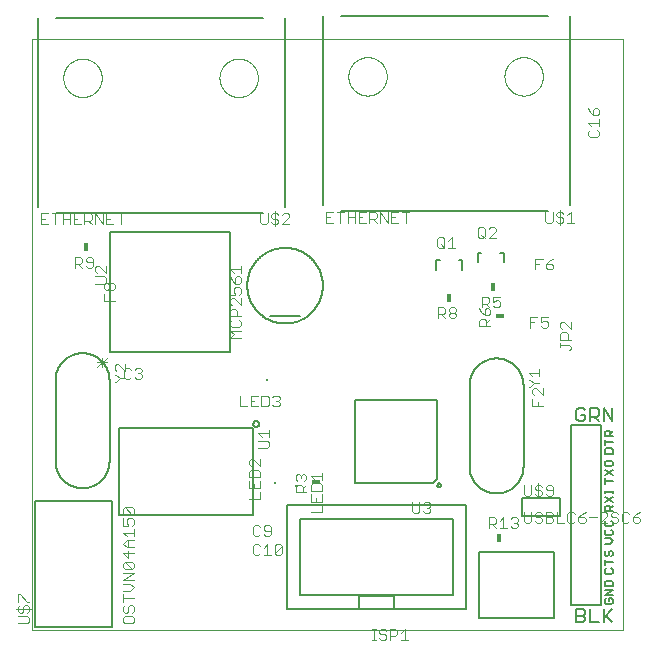
<source format=gto>
G75*
%MOIN*%
%OFA0B0*%
%FSLAX25Y25*%
%IPPOS*%
%LPD*%
%AMOC8*
5,1,8,0,0,1.08239X$1,22.5*
%
%ADD10C,0.00000*%
%ADD11C,0.00600*%
%ADD12C,0.00400*%
%ADD13C,0.00800*%
%ADD14C,0.00300*%
%ADD15C,0.00500*%
%ADD16R,0.03000X0.01500*%
%ADD17R,0.00787X0.00787*%
%ADD18R,0.01500X0.03000*%
D10*
X0125000Y0011800D02*
X0125000Y0208650D01*
X0321850Y0208650D01*
X0321850Y0011800D01*
X0125000Y0011800D01*
X0135352Y0195800D02*
X0135354Y0195960D01*
X0135360Y0196119D01*
X0135370Y0196278D01*
X0135384Y0196437D01*
X0135402Y0196596D01*
X0135423Y0196754D01*
X0135449Y0196911D01*
X0135479Y0197068D01*
X0135512Y0197224D01*
X0135550Y0197379D01*
X0135591Y0197533D01*
X0135636Y0197686D01*
X0135685Y0197838D01*
X0135738Y0197988D01*
X0135794Y0198137D01*
X0135854Y0198285D01*
X0135918Y0198431D01*
X0135986Y0198576D01*
X0136057Y0198719D01*
X0136131Y0198860D01*
X0136209Y0198999D01*
X0136291Y0199136D01*
X0136376Y0199271D01*
X0136464Y0199404D01*
X0136555Y0199535D01*
X0136650Y0199663D01*
X0136748Y0199789D01*
X0136849Y0199913D01*
X0136953Y0200033D01*
X0137060Y0200152D01*
X0137170Y0200267D01*
X0137283Y0200380D01*
X0137398Y0200490D01*
X0137517Y0200597D01*
X0137637Y0200701D01*
X0137761Y0200802D01*
X0137887Y0200900D01*
X0138015Y0200995D01*
X0138146Y0201086D01*
X0138279Y0201174D01*
X0138414Y0201259D01*
X0138551Y0201341D01*
X0138690Y0201419D01*
X0138831Y0201493D01*
X0138974Y0201564D01*
X0139119Y0201632D01*
X0139265Y0201696D01*
X0139413Y0201756D01*
X0139562Y0201812D01*
X0139712Y0201865D01*
X0139864Y0201914D01*
X0140017Y0201959D01*
X0140171Y0202000D01*
X0140326Y0202038D01*
X0140482Y0202071D01*
X0140639Y0202101D01*
X0140796Y0202127D01*
X0140954Y0202148D01*
X0141113Y0202166D01*
X0141272Y0202180D01*
X0141431Y0202190D01*
X0141590Y0202196D01*
X0141750Y0202198D01*
X0141910Y0202196D01*
X0142069Y0202190D01*
X0142228Y0202180D01*
X0142387Y0202166D01*
X0142546Y0202148D01*
X0142704Y0202127D01*
X0142861Y0202101D01*
X0143018Y0202071D01*
X0143174Y0202038D01*
X0143329Y0202000D01*
X0143483Y0201959D01*
X0143636Y0201914D01*
X0143788Y0201865D01*
X0143938Y0201812D01*
X0144087Y0201756D01*
X0144235Y0201696D01*
X0144381Y0201632D01*
X0144526Y0201564D01*
X0144669Y0201493D01*
X0144810Y0201419D01*
X0144949Y0201341D01*
X0145086Y0201259D01*
X0145221Y0201174D01*
X0145354Y0201086D01*
X0145485Y0200995D01*
X0145613Y0200900D01*
X0145739Y0200802D01*
X0145863Y0200701D01*
X0145983Y0200597D01*
X0146102Y0200490D01*
X0146217Y0200380D01*
X0146330Y0200267D01*
X0146440Y0200152D01*
X0146547Y0200033D01*
X0146651Y0199913D01*
X0146752Y0199789D01*
X0146850Y0199663D01*
X0146945Y0199535D01*
X0147036Y0199404D01*
X0147124Y0199271D01*
X0147209Y0199136D01*
X0147291Y0198999D01*
X0147369Y0198860D01*
X0147443Y0198719D01*
X0147514Y0198576D01*
X0147582Y0198431D01*
X0147646Y0198285D01*
X0147706Y0198137D01*
X0147762Y0197988D01*
X0147815Y0197838D01*
X0147864Y0197686D01*
X0147909Y0197533D01*
X0147950Y0197379D01*
X0147988Y0197224D01*
X0148021Y0197068D01*
X0148051Y0196911D01*
X0148077Y0196754D01*
X0148098Y0196596D01*
X0148116Y0196437D01*
X0148130Y0196278D01*
X0148140Y0196119D01*
X0148146Y0195960D01*
X0148148Y0195800D01*
X0148146Y0195640D01*
X0148140Y0195481D01*
X0148130Y0195322D01*
X0148116Y0195163D01*
X0148098Y0195004D01*
X0148077Y0194846D01*
X0148051Y0194689D01*
X0148021Y0194532D01*
X0147988Y0194376D01*
X0147950Y0194221D01*
X0147909Y0194067D01*
X0147864Y0193914D01*
X0147815Y0193762D01*
X0147762Y0193612D01*
X0147706Y0193463D01*
X0147646Y0193315D01*
X0147582Y0193169D01*
X0147514Y0193024D01*
X0147443Y0192881D01*
X0147369Y0192740D01*
X0147291Y0192601D01*
X0147209Y0192464D01*
X0147124Y0192329D01*
X0147036Y0192196D01*
X0146945Y0192065D01*
X0146850Y0191937D01*
X0146752Y0191811D01*
X0146651Y0191687D01*
X0146547Y0191567D01*
X0146440Y0191448D01*
X0146330Y0191333D01*
X0146217Y0191220D01*
X0146102Y0191110D01*
X0145983Y0191003D01*
X0145863Y0190899D01*
X0145739Y0190798D01*
X0145613Y0190700D01*
X0145485Y0190605D01*
X0145354Y0190514D01*
X0145221Y0190426D01*
X0145086Y0190341D01*
X0144949Y0190259D01*
X0144810Y0190181D01*
X0144669Y0190107D01*
X0144526Y0190036D01*
X0144381Y0189968D01*
X0144235Y0189904D01*
X0144087Y0189844D01*
X0143938Y0189788D01*
X0143788Y0189735D01*
X0143636Y0189686D01*
X0143483Y0189641D01*
X0143329Y0189600D01*
X0143174Y0189562D01*
X0143018Y0189529D01*
X0142861Y0189499D01*
X0142704Y0189473D01*
X0142546Y0189452D01*
X0142387Y0189434D01*
X0142228Y0189420D01*
X0142069Y0189410D01*
X0141910Y0189404D01*
X0141750Y0189402D01*
X0141590Y0189404D01*
X0141431Y0189410D01*
X0141272Y0189420D01*
X0141113Y0189434D01*
X0140954Y0189452D01*
X0140796Y0189473D01*
X0140639Y0189499D01*
X0140482Y0189529D01*
X0140326Y0189562D01*
X0140171Y0189600D01*
X0140017Y0189641D01*
X0139864Y0189686D01*
X0139712Y0189735D01*
X0139562Y0189788D01*
X0139413Y0189844D01*
X0139265Y0189904D01*
X0139119Y0189968D01*
X0138974Y0190036D01*
X0138831Y0190107D01*
X0138690Y0190181D01*
X0138551Y0190259D01*
X0138414Y0190341D01*
X0138279Y0190426D01*
X0138146Y0190514D01*
X0138015Y0190605D01*
X0137887Y0190700D01*
X0137761Y0190798D01*
X0137637Y0190899D01*
X0137517Y0191003D01*
X0137398Y0191110D01*
X0137283Y0191220D01*
X0137170Y0191333D01*
X0137060Y0191448D01*
X0136953Y0191567D01*
X0136849Y0191687D01*
X0136748Y0191811D01*
X0136650Y0191937D01*
X0136555Y0192065D01*
X0136464Y0192196D01*
X0136376Y0192329D01*
X0136291Y0192464D01*
X0136209Y0192601D01*
X0136131Y0192740D01*
X0136057Y0192881D01*
X0135986Y0193024D01*
X0135918Y0193169D01*
X0135854Y0193315D01*
X0135794Y0193463D01*
X0135738Y0193612D01*
X0135685Y0193762D01*
X0135636Y0193914D01*
X0135591Y0194067D01*
X0135550Y0194221D01*
X0135512Y0194376D01*
X0135479Y0194532D01*
X0135449Y0194689D01*
X0135423Y0194846D01*
X0135402Y0195004D01*
X0135384Y0195163D01*
X0135370Y0195322D01*
X0135360Y0195481D01*
X0135354Y0195640D01*
X0135352Y0195800D01*
X0187399Y0195800D02*
X0187401Y0195960D01*
X0187407Y0196119D01*
X0187417Y0196278D01*
X0187431Y0196437D01*
X0187449Y0196596D01*
X0187470Y0196754D01*
X0187496Y0196911D01*
X0187526Y0197068D01*
X0187559Y0197224D01*
X0187597Y0197379D01*
X0187638Y0197533D01*
X0187683Y0197686D01*
X0187732Y0197838D01*
X0187785Y0197988D01*
X0187841Y0198137D01*
X0187901Y0198285D01*
X0187965Y0198431D01*
X0188033Y0198576D01*
X0188104Y0198719D01*
X0188178Y0198860D01*
X0188256Y0198999D01*
X0188338Y0199136D01*
X0188423Y0199271D01*
X0188511Y0199404D01*
X0188602Y0199535D01*
X0188697Y0199663D01*
X0188795Y0199789D01*
X0188896Y0199913D01*
X0189000Y0200033D01*
X0189107Y0200152D01*
X0189217Y0200267D01*
X0189330Y0200380D01*
X0189445Y0200490D01*
X0189564Y0200597D01*
X0189684Y0200701D01*
X0189808Y0200802D01*
X0189934Y0200900D01*
X0190062Y0200995D01*
X0190193Y0201086D01*
X0190326Y0201174D01*
X0190461Y0201259D01*
X0190598Y0201341D01*
X0190737Y0201419D01*
X0190878Y0201493D01*
X0191021Y0201564D01*
X0191166Y0201632D01*
X0191312Y0201696D01*
X0191460Y0201756D01*
X0191609Y0201812D01*
X0191759Y0201865D01*
X0191911Y0201914D01*
X0192064Y0201959D01*
X0192218Y0202000D01*
X0192373Y0202038D01*
X0192529Y0202071D01*
X0192686Y0202101D01*
X0192843Y0202127D01*
X0193001Y0202148D01*
X0193160Y0202166D01*
X0193319Y0202180D01*
X0193478Y0202190D01*
X0193637Y0202196D01*
X0193797Y0202198D01*
X0193957Y0202196D01*
X0194116Y0202190D01*
X0194275Y0202180D01*
X0194434Y0202166D01*
X0194593Y0202148D01*
X0194751Y0202127D01*
X0194908Y0202101D01*
X0195065Y0202071D01*
X0195221Y0202038D01*
X0195376Y0202000D01*
X0195530Y0201959D01*
X0195683Y0201914D01*
X0195835Y0201865D01*
X0195985Y0201812D01*
X0196134Y0201756D01*
X0196282Y0201696D01*
X0196428Y0201632D01*
X0196573Y0201564D01*
X0196716Y0201493D01*
X0196857Y0201419D01*
X0196996Y0201341D01*
X0197133Y0201259D01*
X0197268Y0201174D01*
X0197401Y0201086D01*
X0197532Y0200995D01*
X0197660Y0200900D01*
X0197786Y0200802D01*
X0197910Y0200701D01*
X0198030Y0200597D01*
X0198149Y0200490D01*
X0198264Y0200380D01*
X0198377Y0200267D01*
X0198487Y0200152D01*
X0198594Y0200033D01*
X0198698Y0199913D01*
X0198799Y0199789D01*
X0198897Y0199663D01*
X0198992Y0199535D01*
X0199083Y0199404D01*
X0199171Y0199271D01*
X0199256Y0199136D01*
X0199338Y0198999D01*
X0199416Y0198860D01*
X0199490Y0198719D01*
X0199561Y0198576D01*
X0199629Y0198431D01*
X0199693Y0198285D01*
X0199753Y0198137D01*
X0199809Y0197988D01*
X0199862Y0197838D01*
X0199911Y0197686D01*
X0199956Y0197533D01*
X0199997Y0197379D01*
X0200035Y0197224D01*
X0200068Y0197068D01*
X0200098Y0196911D01*
X0200124Y0196754D01*
X0200145Y0196596D01*
X0200163Y0196437D01*
X0200177Y0196278D01*
X0200187Y0196119D01*
X0200193Y0195960D01*
X0200195Y0195800D01*
X0200193Y0195640D01*
X0200187Y0195481D01*
X0200177Y0195322D01*
X0200163Y0195163D01*
X0200145Y0195004D01*
X0200124Y0194846D01*
X0200098Y0194689D01*
X0200068Y0194532D01*
X0200035Y0194376D01*
X0199997Y0194221D01*
X0199956Y0194067D01*
X0199911Y0193914D01*
X0199862Y0193762D01*
X0199809Y0193612D01*
X0199753Y0193463D01*
X0199693Y0193315D01*
X0199629Y0193169D01*
X0199561Y0193024D01*
X0199490Y0192881D01*
X0199416Y0192740D01*
X0199338Y0192601D01*
X0199256Y0192464D01*
X0199171Y0192329D01*
X0199083Y0192196D01*
X0198992Y0192065D01*
X0198897Y0191937D01*
X0198799Y0191811D01*
X0198698Y0191687D01*
X0198594Y0191567D01*
X0198487Y0191448D01*
X0198377Y0191333D01*
X0198264Y0191220D01*
X0198149Y0191110D01*
X0198030Y0191003D01*
X0197910Y0190899D01*
X0197786Y0190798D01*
X0197660Y0190700D01*
X0197532Y0190605D01*
X0197401Y0190514D01*
X0197268Y0190426D01*
X0197133Y0190341D01*
X0196996Y0190259D01*
X0196857Y0190181D01*
X0196716Y0190107D01*
X0196573Y0190036D01*
X0196428Y0189968D01*
X0196282Y0189904D01*
X0196134Y0189844D01*
X0195985Y0189788D01*
X0195835Y0189735D01*
X0195683Y0189686D01*
X0195530Y0189641D01*
X0195376Y0189600D01*
X0195221Y0189562D01*
X0195065Y0189529D01*
X0194908Y0189499D01*
X0194751Y0189473D01*
X0194593Y0189452D01*
X0194434Y0189434D01*
X0194275Y0189420D01*
X0194116Y0189410D01*
X0193957Y0189404D01*
X0193797Y0189402D01*
X0193637Y0189404D01*
X0193478Y0189410D01*
X0193319Y0189420D01*
X0193160Y0189434D01*
X0193001Y0189452D01*
X0192843Y0189473D01*
X0192686Y0189499D01*
X0192529Y0189529D01*
X0192373Y0189562D01*
X0192218Y0189600D01*
X0192064Y0189641D01*
X0191911Y0189686D01*
X0191759Y0189735D01*
X0191609Y0189788D01*
X0191460Y0189844D01*
X0191312Y0189904D01*
X0191166Y0189968D01*
X0191021Y0190036D01*
X0190878Y0190107D01*
X0190737Y0190181D01*
X0190598Y0190259D01*
X0190461Y0190341D01*
X0190326Y0190426D01*
X0190193Y0190514D01*
X0190062Y0190605D01*
X0189934Y0190700D01*
X0189808Y0190798D01*
X0189684Y0190899D01*
X0189564Y0191003D01*
X0189445Y0191110D01*
X0189330Y0191220D01*
X0189217Y0191333D01*
X0189107Y0191448D01*
X0189000Y0191567D01*
X0188896Y0191687D01*
X0188795Y0191811D01*
X0188697Y0191937D01*
X0188602Y0192065D01*
X0188511Y0192196D01*
X0188423Y0192329D01*
X0188338Y0192464D01*
X0188256Y0192601D01*
X0188178Y0192740D01*
X0188104Y0192881D01*
X0188033Y0193024D01*
X0187965Y0193169D01*
X0187901Y0193315D01*
X0187841Y0193463D01*
X0187785Y0193612D01*
X0187732Y0193762D01*
X0187683Y0193914D01*
X0187638Y0194067D01*
X0187597Y0194221D01*
X0187559Y0194376D01*
X0187526Y0194532D01*
X0187496Y0194689D01*
X0187470Y0194846D01*
X0187449Y0195004D01*
X0187431Y0195163D01*
X0187417Y0195322D01*
X0187407Y0195481D01*
X0187401Y0195640D01*
X0187399Y0195800D01*
X0230352Y0196300D02*
X0230354Y0196460D01*
X0230360Y0196619D01*
X0230370Y0196778D01*
X0230384Y0196937D01*
X0230402Y0197096D01*
X0230423Y0197254D01*
X0230449Y0197411D01*
X0230479Y0197568D01*
X0230512Y0197724D01*
X0230550Y0197879D01*
X0230591Y0198033D01*
X0230636Y0198186D01*
X0230685Y0198338D01*
X0230738Y0198488D01*
X0230794Y0198637D01*
X0230854Y0198785D01*
X0230918Y0198931D01*
X0230986Y0199076D01*
X0231057Y0199219D01*
X0231131Y0199360D01*
X0231209Y0199499D01*
X0231291Y0199636D01*
X0231376Y0199771D01*
X0231464Y0199904D01*
X0231555Y0200035D01*
X0231650Y0200163D01*
X0231748Y0200289D01*
X0231849Y0200413D01*
X0231953Y0200533D01*
X0232060Y0200652D01*
X0232170Y0200767D01*
X0232283Y0200880D01*
X0232398Y0200990D01*
X0232517Y0201097D01*
X0232637Y0201201D01*
X0232761Y0201302D01*
X0232887Y0201400D01*
X0233015Y0201495D01*
X0233146Y0201586D01*
X0233279Y0201674D01*
X0233414Y0201759D01*
X0233551Y0201841D01*
X0233690Y0201919D01*
X0233831Y0201993D01*
X0233974Y0202064D01*
X0234119Y0202132D01*
X0234265Y0202196D01*
X0234413Y0202256D01*
X0234562Y0202312D01*
X0234712Y0202365D01*
X0234864Y0202414D01*
X0235017Y0202459D01*
X0235171Y0202500D01*
X0235326Y0202538D01*
X0235482Y0202571D01*
X0235639Y0202601D01*
X0235796Y0202627D01*
X0235954Y0202648D01*
X0236113Y0202666D01*
X0236272Y0202680D01*
X0236431Y0202690D01*
X0236590Y0202696D01*
X0236750Y0202698D01*
X0236910Y0202696D01*
X0237069Y0202690D01*
X0237228Y0202680D01*
X0237387Y0202666D01*
X0237546Y0202648D01*
X0237704Y0202627D01*
X0237861Y0202601D01*
X0238018Y0202571D01*
X0238174Y0202538D01*
X0238329Y0202500D01*
X0238483Y0202459D01*
X0238636Y0202414D01*
X0238788Y0202365D01*
X0238938Y0202312D01*
X0239087Y0202256D01*
X0239235Y0202196D01*
X0239381Y0202132D01*
X0239526Y0202064D01*
X0239669Y0201993D01*
X0239810Y0201919D01*
X0239949Y0201841D01*
X0240086Y0201759D01*
X0240221Y0201674D01*
X0240354Y0201586D01*
X0240485Y0201495D01*
X0240613Y0201400D01*
X0240739Y0201302D01*
X0240863Y0201201D01*
X0240983Y0201097D01*
X0241102Y0200990D01*
X0241217Y0200880D01*
X0241330Y0200767D01*
X0241440Y0200652D01*
X0241547Y0200533D01*
X0241651Y0200413D01*
X0241752Y0200289D01*
X0241850Y0200163D01*
X0241945Y0200035D01*
X0242036Y0199904D01*
X0242124Y0199771D01*
X0242209Y0199636D01*
X0242291Y0199499D01*
X0242369Y0199360D01*
X0242443Y0199219D01*
X0242514Y0199076D01*
X0242582Y0198931D01*
X0242646Y0198785D01*
X0242706Y0198637D01*
X0242762Y0198488D01*
X0242815Y0198338D01*
X0242864Y0198186D01*
X0242909Y0198033D01*
X0242950Y0197879D01*
X0242988Y0197724D01*
X0243021Y0197568D01*
X0243051Y0197411D01*
X0243077Y0197254D01*
X0243098Y0197096D01*
X0243116Y0196937D01*
X0243130Y0196778D01*
X0243140Y0196619D01*
X0243146Y0196460D01*
X0243148Y0196300D01*
X0243146Y0196140D01*
X0243140Y0195981D01*
X0243130Y0195822D01*
X0243116Y0195663D01*
X0243098Y0195504D01*
X0243077Y0195346D01*
X0243051Y0195189D01*
X0243021Y0195032D01*
X0242988Y0194876D01*
X0242950Y0194721D01*
X0242909Y0194567D01*
X0242864Y0194414D01*
X0242815Y0194262D01*
X0242762Y0194112D01*
X0242706Y0193963D01*
X0242646Y0193815D01*
X0242582Y0193669D01*
X0242514Y0193524D01*
X0242443Y0193381D01*
X0242369Y0193240D01*
X0242291Y0193101D01*
X0242209Y0192964D01*
X0242124Y0192829D01*
X0242036Y0192696D01*
X0241945Y0192565D01*
X0241850Y0192437D01*
X0241752Y0192311D01*
X0241651Y0192187D01*
X0241547Y0192067D01*
X0241440Y0191948D01*
X0241330Y0191833D01*
X0241217Y0191720D01*
X0241102Y0191610D01*
X0240983Y0191503D01*
X0240863Y0191399D01*
X0240739Y0191298D01*
X0240613Y0191200D01*
X0240485Y0191105D01*
X0240354Y0191014D01*
X0240221Y0190926D01*
X0240086Y0190841D01*
X0239949Y0190759D01*
X0239810Y0190681D01*
X0239669Y0190607D01*
X0239526Y0190536D01*
X0239381Y0190468D01*
X0239235Y0190404D01*
X0239087Y0190344D01*
X0238938Y0190288D01*
X0238788Y0190235D01*
X0238636Y0190186D01*
X0238483Y0190141D01*
X0238329Y0190100D01*
X0238174Y0190062D01*
X0238018Y0190029D01*
X0237861Y0189999D01*
X0237704Y0189973D01*
X0237546Y0189952D01*
X0237387Y0189934D01*
X0237228Y0189920D01*
X0237069Y0189910D01*
X0236910Y0189904D01*
X0236750Y0189902D01*
X0236590Y0189904D01*
X0236431Y0189910D01*
X0236272Y0189920D01*
X0236113Y0189934D01*
X0235954Y0189952D01*
X0235796Y0189973D01*
X0235639Y0189999D01*
X0235482Y0190029D01*
X0235326Y0190062D01*
X0235171Y0190100D01*
X0235017Y0190141D01*
X0234864Y0190186D01*
X0234712Y0190235D01*
X0234562Y0190288D01*
X0234413Y0190344D01*
X0234265Y0190404D01*
X0234119Y0190468D01*
X0233974Y0190536D01*
X0233831Y0190607D01*
X0233690Y0190681D01*
X0233551Y0190759D01*
X0233414Y0190841D01*
X0233279Y0190926D01*
X0233146Y0191014D01*
X0233015Y0191105D01*
X0232887Y0191200D01*
X0232761Y0191298D01*
X0232637Y0191399D01*
X0232517Y0191503D01*
X0232398Y0191610D01*
X0232283Y0191720D01*
X0232170Y0191833D01*
X0232060Y0191948D01*
X0231953Y0192067D01*
X0231849Y0192187D01*
X0231748Y0192311D01*
X0231650Y0192437D01*
X0231555Y0192565D01*
X0231464Y0192696D01*
X0231376Y0192829D01*
X0231291Y0192964D01*
X0231209Y0193101D01*
X0231131Y0193240D01*
X0231057Y0193381D01*
X0230986Y0193524D01*
X0230918Y0193669D01*
X0230854Y0193815D01*
X0230794Y0193963D01*
X0230738Y0194112D01*
X0230685Y0194262D01*
X0230636Y0194414D01*
X0230591Y0194567D01*
X0230550Y0194721D01*
X0230512Y0194876D01*
X0230479Y0195032D01*
X0230449Y0195189D01*
X0230423Y0195346D01*
X0230402Y0195504D01*
X0230384Y0195663D01*
X0230370Y0195822D01*
X0230360Y0195981D01*
X0230354Y0196140D01*
X0230352Y0196300D01*
X0282399Y0196300D02*
X0282401Y0196460D01*
X0282407Y0196619D01*
X0282417Y0196778D01*
X0282431Y0196937D01*
X0282449Y0197096D01*
X0282470Y0197254D01*
X0282496Y0197411D01*
X0282526Y0197568D01*
X0282559Y0197724D01*
X0282597Y0197879D01*
X0282638Y0198033D01*
X0282683Y0198186D01*
X0282732Y0198338D01*
X0282785Y0198488D01*
X0282841Y0198637D01*
X0282901Y0198785D01*
X0282965Y0198931D01*
X0283033Y0199076D01*
X0283104Y0199219D01*
X0283178Y0199360D01*
X0283256Y0199499D01*
X0283338Y0199636D01*
X0283423Y0199771D01*
X0283511Y0199904D01*
X0283602Y0200035D01*
X0283697Y0200163D01*
X0283795Y0200289D01*
X0283896Y0200413D01*
X0284000Y0200533D01*
X0284107Y0200652D01*
X0284217Y0200767D01*
X0284330Y0200880D01*
X0284445Y0200990D01*
X0284564Y0201097D01*
X0284684Y0201201D01*
X0284808Y0201302D01*
X0284934Y0201400D01*
X0285062Y0201495D01*
X0285193Y0201586D01*
X0285326Y0201674D01*
X0285461Y0201759D01*
X0285598Y0201841D01*
X0285737Y0201919D01*
X0285878Y0201993D01*
X0286021Y0202064D01*
X0286166Y0202132D01*
X0286312Y0202196D01*
X0286460Y0202256D01*
X0286609Y0202312D01*
X0286759Y0202365D01*
X0286911Y0202414D01*
X0287064Y0202459D01*
X0287218Y0202500D01*
X0287373Y0202538D01*
X0287529Y0202571D01*
X0287686Y0202601D01*
X0287843Y0202627D01*
X0288001Y0202648D01*
X0288160Y0202666D01*
X0288319Y0202680D01*
X0288478Y0202690D01*
X0288637Y0202696D01*
X0288797Y0202698D01*
X0288957Y0202696D01*
X0289116Y0202690D01*
X0289275Y0202680D01*
X0289434Y0202666D01*
X0289593Y0202648D01*
X0289751Y0202627D01*
X0289908Y0202601D01*
X0290065Y0202571D01*
X0290221Y0202538D01*
X0290376Y0202500D01*
X0290530Y0202459D01*
X0290683Y0202414D01*
X0290835Y0202365D01*
X0290985Y0202312D01*
X0291134Y0202256D01*
X0291282Y0202196D01*
X0291428Y0202132D01*
X0291573Y0202064D01*
X0291716Y0201993D01*
X0291857Y0201919D01*
X0291996Y0201841D01*
X0292133Y0201759D01*
X0292268Y0201674D01*
X0292401Y0201586D01*
X0292532Y0201495D01*
X0292660Y0201400D01*
X0292786Y0201302D01*
X0292910Y0201201D01*
X0293030Y0201097D01*
X0293149Y0200990D01*
X0293264Y0200880D01*
X0293377Y0200767D01*
X0293487Y0200652D01*
X0293594Y0200533D01*
X0293698Y0200413D01*
X0293799Y0200289D01*
X0293897Y0200163D01*
X0293992Y0200035D01*
X0294083Y0199904D01*
X0294171Y0199771D01*
X0294256Y0199636D01*
X0294338Y0199499D01*
X0294416Y0199360D01*
X0294490Y0199219D01*
X0294561Y0199076D01*
X0294629Y0198931D01*
X0294693Y0198785D01*
X0294753Y0198637D01*
X0294809Y0198488D01*
X0294862Y0198338D01*
X0294911Y0198186D01*
X0294956Y0198033D01*
X0294997Y0197879D01*
X0295035Y0197724D01*
X0295068Y0197568D01*
X0295098Y0197411D01*
X0295124Y0197254D01*
X0295145Y0197096D01*
X0295163Y0196937D01*
X0295177Y0196778D01*
X0295187Y0196619D01*
X0295193Y0196460D01*
X0295195Y0196300D01*
X0295193Y0196140D01*
X0295187Y0195981D01*
X0295177Y0195822D01*
X0295163Y0195663D01*
X0295145Y0195504D01*
X0295124Y0195346D01*
X0295098Y0195189D01*
X0295068Y0195032D01*
X0295035Y0194876D01*
X0294997Y0194721D01*
X0294956Y0194567D01*
X0294911Y0194414D01*
X0294862Y0194262D01*
X0294809Y0194112D01*
X0294753Y0193963D01*
X0294693Y0193815D01*
X0294629Y0193669D01*
X0294561Y0193524D01*
X0294490Y0193381D01*
X0294416Y0193240D01*
X0294338Y0193101D01*
X0294256Y0192964D01*
X0294171Y0192829D01*
X0294083Y0192696D01*
X0293992Y0192565D01*
X0293897Y0192437D01*
X0293799Y0192311D01*
X0293698Y0192187D01*
X0293594Y0192067D01*
X0293487Y0191948D01*
X0293377Y0191833D01*
X0293264Y0191720D01*
X0293149Y0191610D01*
X0293030Y0191503D01*
X0292910Y0191399D01*
X0292786Y0191298D01*
X0292660Y0191200D01*
X0292532Y0191105D01*
X0292401Y0191014D01*
X0292268Y0190926D01*
X0292133Y0190841D01*
X0291996Y0190759D01*
X0291857Y0190681D01*
X0291716Y0190607D01*
X0291573Y0190536D01*
X0291428Y0190468D01*
X0291282Y0190404D01*
X0291134Y0190344D01*
X0290985Y0190288D01*
X0290835Y0190235D01*
X0290683Y0190186D01*
X0290530Y0190141D01*
X0290376Y0190100D01*
X0290221Y0190062D01*
X0290065Y0190029D01*
X0289908Y0189999D01*
X0289751Y0189973D01*
X0289593Y0189952D01*
X0289434Y0189934D01*
X0289275Y0189920D01*
X0289116Y0189910D01*
X0288957Y0189904D01*
X0288797Y0189902D01*
X0288637Y0189904D01*
X0288478Y0189910D01*
X0288319Y0189920D01*
X0288160Y0189934D01*
X0288001Y0189952D01*
X0287843Y0189973D01*
X0287686Y0189999D01*
X0287529Y0190029D01*
X0287373Y0190062D01*
X0287218Y0190100D01*
X0287064Y0190141D01*
X0286911Y0190186D01*
X0286759Y0190235D01*
X0286609Y0190288D01*
X0286460Y0190344D01*
X0286312Y0190404D01*
X0286166Y0190468D01*
X0286021Y0190536D01*
X0285878Y0190607D01*
X0285737Y0190681D01*
X0285598Y0190759D01*
X0285461Y0190841D01*
X0285326Y0190926D01*
X0285193Y0191014D01*
X0285062Y0191105D01*
X0284934Y0191200D01*
X0284808Y0191298D01*
X0284684Y0191399D01*
X0284564Y0191503D01*
X0284445Y0191610D01*
X0284330Y0191720D01*
X0284217Y0191833D01*
X0284107Y0191948D01*
X0284000Y0192067D01*
X0283896Y0192187D01*
X0283795Y0192311D01*
X0283697Y0192437D01*
X0283602Y0192565D01*
X0283511Y0192696D01*
X0283423Y0192829D01*
X0283338Y0192964D01*
X0283256Y0193101D01*
X0283178Y0193240D01*
X0283104Y0193381D01*
X0283033Y0193524D01*
X0282965Y0193669D01*
X0282901Y0193815D01*
X0282841Y0193963D01*
X0282785Y0194112D01*
X0282732Y0194262D01*
X0282683Y0194414D01*
X0282638Y0194567D01*
X0282597Y0194721D01*
X0282559Y0194876D01*
X0282526Y0195032D01*
X0282496Y0195189D01*
X0282470Y0195346D01*
X0282449Y0195504D01*
X0282431Y0195663D01*
X0282417Y0195822D01*
X0282407Y0195981D01*
X0282401Y0196140D01*
X0282399Y0196300D01*
D11*
X0198650Y0080500D02*
X0198652Y0080563D01*
X0198658Y0080625D01*
X0198668Y0080687D01*
X0198681Y0080749D01*
X0198699Y0080809D01*
X0198720Y0080868D01*
X0198745Y0080926D01*
X0198774Y0080982D01*
X0198806Y0081036D01*
X0198841Y0081088D01*
X0198879Y0081137D01*
X0198921Y0081185D01*
X0198965Y0081229D01*
X0199013Y0081271D01*
X0199062Y0081309D01*
X0199114Y0081344D01*
X0199168Y0081376D01*
X0199224Y0081405D01*
X0199282Y0081430D01*
X0199341Y0081451D01*
X0199401Y0081469D01*
X0199463Y0081482D01*
X0199525Y0081492D01*
X0199587Y0081498D01*
X0199650Y0081500D01*
X0199713Y0081498D01*
X0199775Y0081492D01*
X0199837Y0081482D01*
X0199899Y0081469D01*
X0199959Y0081451D01*
X0200018Y0081430D01*
X0200076Y0081405D01*
X0200132Y0081376D01*
X0200186Y0081344D01*
X0200238Y0081309D01*
X0200287Y0081271D01*
X0200335Y0081229D01*
X0200379Y0081185D01*
X0200421Y0081137D01*
X0200459Y0081088D01*
X0200494Y0081036D01*
X0200526Y0080982D01*
X0200555Y0080926D01*
X0200580Y0080868D01*
X0200601Y0080809D01*
X0200619Y0080749D01*
X0200632Y0080687D01*
X0200642Y0080625D01*
X0200648Y0080563D01*
X0200650Y0080500D01*
X0200648Y0080437D01*
X0200642Y0080375D01*
X0200632Y0080313D01*
X0200619Y0080251D01*
X0200601Y0080191D01*
X0200580Y0080132D01*
X0200555Y0080074D01*
X0200526Y0080018D01*
X0200494Y0079964D01*
X0200459Y0079912D01*
X0200421Y0079863D01*
X0200379Y0079815D01*
X0200335Y0079771D01*
X0200287Y0079729D01*
X0200238Y0079691D01*
X0200186Y0079656D01*
X0200132Y0079624D01*
X0200076Y0079595D01*
X0200018Y0079570D01*
X0199959Y0079549D01*
X0199899Y0079531D01*
X0199837Y0079518D01*
X0199775Y0079508D01*
X0199713Y0079502D01*
X0199650Y0079500D01*
X0199587Y0079502D01*
X0199525Y0079508D01*
X0199463Y0079518D01*
X0199401Y0079531D01*
X0199341Y0079549D01*
X0199282Y0079570D01*
X0199224Y0079595D01*
X0199168Y0079624D01*
X0199114Y0079656D01*
X0199062Y0079691D01*
X0199013Y0079729D01*
X0198965Y0079771D01*
X0198921Y0079815D01*
X0198879Y0079863D01*
X0198841Y0079912D01*
X0198806Y0079964D01*
X0198774Y0080018D01*
X0198745Y0080074D01*
X0198720Y0080132D01*
X0198699Y0080191D01*
X0198681Y0080251D01*
X0198668Y0080313D01*
X0198658Y0080375D01*
X0198652Y0080437D01*
X0198650Y0080500D01*
X0198550Y0079100D02*
X0198550Y0050100D01*
X0154050Y0050100D01*
X0154050Y0079100D01*
X0198550Y0079100D01*
D12*
X0200297Y0077305D02*
X0203837Y0077305D01*
X0203837Y0076125D02*
X0203837Y0078485D01*
X0201477Y0076125D02*
X0200297Y0077305D01*
X0200297Y0074860D02*
X0203247Y0074860D01*
X0203837Y0074270D01*
X0203837Y0073090D01*
X0203247Y0072500D01*
X0200297Y0072500D01*
X0212760Y0063145D02*
X0213350Y0063735D01*
X0213940Y0063735D01*
X0214530Y0063145D01*
X0215120Y0063735D01*
X0215710Y0063735D01*
X0216300Y0063145D01*
X0216300Y0061965D01*
X0215710Y0061375D01*
X0216300Y0060110D02*
X0215120Y0058930D01*
X0215120Y0059520D02*
X0215120Y0057750D01*
X0216300Y0057750D02*
X0212760Y0057750D01*
X0212760Y0059520D01*
X0213350Y0060110D01*
X0214530Y0060110D01*
X0215120Y0059520D01*
X0213350Y0061375D02*
X0212760Y0061965D01*
X0212760Y0063145D01*
X0214530Y0063145D02*
X0214530Y0062555D01*
X0155987Y0095680D02*
X0154217Y0095680D01*
X0153037Y0096860D01*
X0152447Y0096860D01*
X0153037Y0098125D02*
X0152447Y0098715D01*
X0152447Y0099895D01*
X0153037Y0100485D01*
X0153627Y0100485D01*
X0155987Y0098125D01*
X0155987Y0100485D01*
X0149783Y0101035D02*
X0146713Y0101035D01*
X0146713Y0102569D02*
X0149783Y0099500D01*
X0148248Y0099500D02*
X0148248Y0102569D01*
X0149783Y0102569D02*
X0146713Y0099500D01*
X0152447Y0094500D02*
X0153037Y0094500D01*
X0154217Y0095680D01*
X0144595Y0132563D02*
X0145185Y0133153D01*
X0145185Y0135513D01*
X0144595Y0136103D01*
X0143415Y0136103D01*
X0142825Y0135513D01*
X0142825Y0134923D01*
X0143415Y0134333D01*
X0145185Y0134333D01*
X0144595Y0132563D02*
X0143415Y0132563D01*
X0142825Y0133153D01*
X0141560Y0132563D02*
X0140380Y0133743D01*
X0140970Y0133743D02*
X0139200Y0133743D01*
X0139200Y0132563D02*
X0139200Y0136103D01*
X0140970Y0136103D01*
X0141560Y0135513D01*
X0141560Y0134333D01*
X0140970Y0133743D01*
X0260200Y0119353D02*
X0260200Y0115813D01*
X0260200Y0116993D02*
X0261970Y0116993D01*
X0262560Y0117583D01*
X0262560Y0118763D01*
X0261970Y0119353D01*
X0260200Y0119353D01*
X0261380Y0116993D02*
X0262560Y0115813D01*
X0263825Y0116403D02*
X0263825Y0116993D01*
X0264415Y0117583D01*
X0265595Y0117583D01*
X0266185Y0116993D01*
X0266185Y0116403D01*
X0265595Y0115813D01*
X0264415Y0115813D01*
X0263825Y0116403D01*
X0264415Y0117583D02*
X0263825Y0118173D01*
X0263825Y0118763D01*
X0264415Y0119353D01*
X0265595Y0119353D01*
X0266185Y0118763D01*
X0266185Y0118173D01*
X0265595Y0117583D01*
X0274010Y0118985D02*
X0274600Y0117805D01*
X0275780Y0116625D01*
X0275780Y0118395D01*
X0276370Y0118985D01*
X0276960Y0118985D01*
X0277550Y0118395D01*
X0277550Y0117215D01*
X0276960Y0116625D01*
X0275780Y0116625D01*
X0275780Y0115360D02*
X0276370Y0114770D01*
X0276370Y0113000D01*
X0277550Y0113000D02*
X0274010Y0113000D01*
X0274010Y0114770D01*
X0274600Y0115360D01*
X0275780Y0115360D01*
X0276370Y0114180D02*
X0277550Y0115360D01*
X0277310Y0119313D02*
X0276130Y0120493D01*
X0276720Y0120493D02*
X0274950Y0120493D01*
X0274950Y0119313D02*
X0274950Y0122853D01*
X0276720Y0122853D01*
X0277310Y0122263D01*
X0277310Y0121083D01*
X0276720Y0120493D01*
X0278575Y0119903D02*
X0279165Y0119313D01*
X0280345Y0119313D01*
X0280935Y0119903D01*
X0280935Y0121083D01*
X0280345Y0121673D01*
X0279755Y0121673D01*
X0278575Y0121083D01*
X0278575Y0122853D01*
X0280935Y0122853D01*
X0301060Y0113970D02*
X0301060Y0112790D01*
X0301650Y0112200D01*
X0301650Y0110935D02*
X0302830Y0110935D01*
X0303420Y0110345D01*
X0303420Y0108575D01*
X0304600Y0108575D02*
X0301060Y0108575D01*
X0301060Y0110345D01*
X0301650Y0110935D01*
X0304600Y0112200D02*
X0302240Y0114560D01*
X0301650Y0114560D01*
X0301060Y0113970D01*
X0304600Y0114560D02*
X0304600Y0112200D01*
X0301060Y0107310D02*
X0301060Y0106130D01*
X0301060Y0106720D02*
X0304010Y0106720D01*
X0304600Y0106130D01*
X0304600Y0105540D01*
X0304010Y0104950D01*
X0293987Y0098735D02*
X0293987Y0096375D01*
X0293987Y0097555D02*
X0290447Y0097555D01*
X0291627Y0096375D01*
X0291037Y0095110D02*
X0290447Y0095110D01*
X0291037Y0095110D02*
X0292217Y0093930D01*
X0293987Y0093930D01*
X0292217Y0093930D02*
X0291037Y0092750D01*
X0290447Y0092750D01*
X0286220Y0049290D02*
X0286810Y0048700D01*
X0286810Y0048110D01*
X0286220Y0047520D01*
X0286810Y0046930D01*
X0286810Y0046340D01*
X0286220Y0045750D01*
X0285040Y0045750D01*
X0284450Y0046340D01*
X0283185Y0045750D02*
X0280825Y0045750D01*
X0282005Y0045750D02*
X0282005Y0049290D01*
X0280825Y0048110D01*
X0279560Y0048700D02*
X0279560Y0047520D01*
X0278970Y0046930D01*
X0277200Y0046930D01*
X0277200Y0045750D02*
X0277200Y0049290D01*
X0278970Y0049290D01*
X0279560Y0048700D01*
X0278380Y0046930D02*
X0279560Y0045750D01*
X0284450Y0048700D02*
X0285040Y0049290D01*
X0286220Y0049290D01*
X0286220Y0047520D02*
X0285630Y0047520D01*
D13*
X0260050Y0060050D02*
X0260052Y0060099D01*
X0260058Y0060147D01*
X0260068Y0060195D01*
X0260082Y0060242D01*
X0260099Y0060288D01*
X0260120Y0060332D01*
X0260145Y0060374D01*
X0260173Y0060414D01*
X0260205Y0060452D01*
X0260239Y0060487D01*
X0260276Y0060519D01*
X0260315Y0060548D01*
X0260357Y0060574D01*
X0260401Y0060596D01*
X0260446Y0060614D01*
X0260493Y0060629D01*
X0260540Y0060640D01*
X0260589Y0060647D01*
X0260638Y0060650D01*
X0260687Y0060649D01*
X0260735Y0060644D01*
X0260784Y0060635D01*
X0260831Y0060622D01*
X0260877Y0060605D01*
X0260921Y0060585D01*
X0260964Y0060561D01*
X0261005Y0060534D01*
X0261043Y0060503D01*
X0261079Y0060470D01*
X0261111Y0060434D01*
X0261141Y0060395D01*
X0261168Y0060354D01*
X0261191Y0060310D01*
X0261210Y0060265D01*
X0261226Y0060219D01*
X0261238Y0060172D01*
X0261246Y0060123D01*
X0261250Y0060074D01*
X0261250Y0060026D01*
X0261246Y0059977D01*
X0261238Y0059928D01*
X0261226Y0059881D01*
X0261210Y0059835D01*
X0261191Y0059790D01*
X0261168Y0059746D01*
X0261141Y0059705D01*
X0261111Y0059666D01*
X0261079Y0059630D01*
X0261043Y0059597D01*
X0261005Y0059566D01*
X0260964Y0059539D01*
X0260921Y0059515D01*
X0260877Y0059495D01*
X0260831Y0059478D01*
X0260784Y0059465D01*
X0260735Y0059456D01*
X0260687Y0059451D01*
X0260638Y0059450D01*
X0260589Y0059453D01*
X0260540Y0059460D01*
X0260493Y0059471D01*
X0260446Y0059486D01*
X0260401Y0059504D01*
X0260357Y0059526D01*
X0260315Y0059552D01*
X0260276Y0059581D01*
X0260239Y0059613D01*
X0260205Y0059648D01*
X0260173Y0059686D01*
X0260145Y0059726D01*
X0260120Y0059768D01*
X0260099Y0059812D01*
X0260082Y0059858D01*
X0260068Y0059905D01*
X0260058Y0059953D01*
X0260052Y0060001D01*
X0260050Y0060050D01*
X0258652Y0060751D02*
X0260049Y0062148D01*
X0260049Y0088349D01*
X0232451Y0088349D01*
X0232451Y0060751D01*
X0258652Y0060751D01*
X0270750Y0066300D02*
X0270750Y0093300D01*
X0270753Y0093519D01*
X0270761Y0093738D01*
X0270774Y0093957D01*
X0270793Y0094175D01*
X0270817Y0094393D01*
X0270846Y0094610D01*
X0270880Y0094827D01*
X0270920Y0095042D01*
X0270965Y0095257D01*
X0271016Y0095470D01*
X0271071Y0095682D01*
X0271132Y0095893D01*
X0271197Y0096102D01*
X0271268Y0096309D01*
X0271344Y0096515D01*
X0271425Y0096719D01*
X0271510Y0096921D01*
X0271601Y0097120D01*
X0271696Y0097317D01*
X0271797Y0097512D01*
X0271902Y0097705D01*
X0272011Y0097895D01*
X0272125Y0098082D01*
X0272244Y0098266D01*
X0272367Y0098447D01*
X0272495Y0098625D01*
X0272627Y0098801D01*
X0272763Y0098972D01*
X0272903Y0099141D01*
X0273047Y0099306D01*
X0273195Y0099467D01*
X0273347Y0099625D01*
X0273503Y0099779D01*
X0273663Y0099929D01*
X0273826Y0100076D01*
X0273993Y0100218D01*
X0274163Y0100356D01*
X0274337Y0100490D01*
X0274513Y0100620D01*
X0274693Y0100745D01*
X0274876Y0100866D01*
X0275062Y0100982D01*
X0275250Y0101094D01*
X0275441Y0101201D01*
X0275635Y0101304D01*
X0275831Y0101402D01*
X0276029Y0101495D01*
X0276230Y0101583D01*
X0276433Y0101666D01*
X0276638Y0101745D01*
X0276844Y0101818D01*
X0277052Y0101886D01*
X0277262Y0101949D01*
X0277474Y0102007D01*
X0277686Y0102060D01*
X0277900Y0102108D01*
X0278115Y0102150D01*
X0278331Y0102187D01*
X0278548Y0102219D01*
X0278766Y0102246D01*
X0278984Y0102267D01*
X0279202Y0102283D01*
X0279421Y0102294D01*
X0279640Y0102299D01*
X0279860Y0102299D01*
X0280079Y0102294D01*
X0280298Y0102283D01*
X0280516Y0102267D01*
X0280734Y0102246D01*
X0280952Y0102219D01*
X0281169Y0102187D01*
X0281385Y0102150D01*
X0281600Y0102108D01*
X0281814Y0102060D01*
X0282026Y0102007D01*
X0282238Y0101949D01*
X0282448Y0101886D01*
X0282656Y0101818D01*
X0282862Y0101745D01*
X0283067Y0101666D01*
X0283270Y0101583D01*
X0283471Y0101495D01*
X0283669Y0101402D01*
X0283865Y0101304D01*
X0284059Y0101201D01*
X0284250Y0101094D01*
X0284438Y0100982D01*
X0284624Y0100866D01*
X0284807Y0100745D01*
X0284987Y0100620D01*
X0285163Y0100490D01*
X0285337Y0100356D01*
X0285507Y0100218D01*
X0285674Y0100076D01*
X0285837Y0099929D01*
X0285997Y0099779D01*
X0286153Y0099625D01*
X0286305Y0099467D01*
X0286453Y0099306D01*
X0286597Y0099141D01*
X0286737Y0098972D01*
X0286873Y0098801D01*
X0287005Y0098625D01*
X0287133Y0098447D01*
X0287256Y0098266D01*
X0287375Y0098082D01*
X0287489Y0097895D01*
X0287598Y0097705D01*
X0287703Y0097512D01*
X0287804Y0097317D01*
X0287899Y0097120D01*
X0287990Y0096921D01*
X0288075Y0096719D01*
X0288156Y0096515D01*
X0288232Y0096309D01*
X0288303Y0096102D01*
X0288368Y0095893D01*
X0288429Y0095682D01*
X0288484Y0095470D01*
X0288535Y0095257D01*
X0288580Y0095042D01*
X0288620Y0094827D01*
X0288654Y0094610D01*
X0288683Y0094393D01*
X0288707Y0094175D01*
X0288726Y0093957D01*
X0288739Y0093738D01*
X0288747Y0093519D01*
X0288750Y0093300D01*
X0288750Y0066300D01*
X0288747Y0066081D01*
X0288739Y0065862D01*
X0288726Y0065643D01*
X0288707Y0065425D01*
X0288683Y0065207D01*
X0288654Y0064990D01*
X0288620Y0064773D01*
X0288580Y0064558D01*
X0288535Y0064343D01*
X0288484Y0064130D01*
X0288429Y0063918D01*
X0288368Y0063707D01*
X0288303Y0063498D01*
X0288232Y0063291D01*
X0288156Y0063085D01*
X0288075Y0062881D01*
X0287990Y0062679D01*
X0287899Y0062480D01*
X0287804Y0062283D01*
X0287703Y0062088D01*
X0287598Y0061895D01*
X0287489Y0061705D01*
X0287375Y0061518D01*
X0287256Y0061334D01*
X0287133Y0061153D01*
X0287005Y0060975D01*
X0286873Y0060799D01*
X0286737Y0060628D01*
X0286597Y0060459D01*
X0286453Y0060294D01*
X0286305Y0060133D01*
X0286153Y0059975D01*
X0285997Y0059821D01*
X0285837Y0059671D01*
X0285674Y0059524D01*
X0285507Y0059382D01*
X0285337Y0059244D01*
X0285163Y0059110D01*
X0284987Y0058980D01*
X0284807Y0058855D01*
X0284624Y0058734D01*
X0284438Y0058618D01*
X0284250Y0058506D01*
X0284059Y0058399D01*
X0283865Y0058296D01*
X0283669Y0058198D01*
X0283471Y0058105D01*
X0283270Y0058017D01*
X0283067Y0057934D01*
X0282862Y0057855D01*
X0282656Y0057782D01*
X0282448Y0057714D01*
X0282238Y0057651D01*
X0282026Y0057593D01*
X0281814Y0057540D01*
X0281600Y0057492D01*
X0281385Y0057450D01*
X0281169Y0057413D01*
X0280952Y0057381D01*
X0280734Y0057354D01*
X0280516Y0057333D01*
X0280298Y0057317D01*
X0280079Y0057306D01*
X0279860Y0057301D01*
X0279640Y0057301D01*
X0279421Y0057306D01*
X0279202Y0057317D01*
X0278984Y0057333D01*
X0278766Y0057354D01*
X0278548Y0057381D01*
X0278331Y0057413D01*
X0278115Y0057450D01*
X0277900Y0057492D01*
X0277686Y0057540D01*
X0277474Y0057593D01*
X0277262Y0057651D01*
X0277052Y0057714D01*
X0276844Y0057782D01*
X0276638Y0057855D01*
X0276433Y0057934D01*
X0276230Y0058017D01*
X0276029Y0058105D01*
X0275831Y0058198D01*
X0275635Y0058296D01*
X0275441Y0058399D01*
X0275250Y0058506D01*
X0275062Y0058618D01*
X0274876Y0058734D01*
X0274693Y0058855D01*
X0274513Y0058980D01*
X0274337Y0059110D01*
X0274163Y0059244D01*
X0273993Y0059382D01*
X0273826Y0059524D01*
X0273663Y0059671D01*
X0273503Y0059821D01*
X0273347Y0059975D01*
X0273195Y0060133D01*
X0273047Y0060294D01*
X0272903Y0060459D01*
X0272763Y0060628D01*
X0272627Y0060799D01*
X0272495Y0060975D01*
X0272367Y0061153D01*
X0272244Y0061334D01*
X0272125Y0061518D01*
X0272011Y0061705D01*
X0271902Y0061895D01*
X0271797Y0062088D01*
X0271696Y0062283D01*
X0271601Y0062480D01*
X0271510Y0062679D01*
X0271425Y0062881D01*
X0271344Y0063085D01*
X0271268Y0063291D01*
X0271197Y0063498D01*
X0271132Y0063707D01*
X0271071Y0063918D01*
X0271016Y0064130D01*
X0270965Y0064343D01*
X0270920Y0064558D01*
X0270880Y0064773D01*
X0270846Y0064990D01*
X0270817Y0065207D01*
X0270793Y0065425D01*
X0270774Y0065643D01*
X0270761Y0065862D01*
X0270753Y0066081D01*
X0270750Y0066300D01*
X0306400Y0082151D02*
X0307101Y0081450D01*
X0308502Y0081450D01*
X0309202Y0082151D01*
X0309202Y0083552D01*
X0307801Y0083552D01*
X0306400Y0084953D02*
X0306400Y0082151D01*
X0306400Y0084953D02*
X0307101Y0085654D01*
X0308502Y0085654D01*
X0309202Y0084953D01*
X0311004Y0085654D02*
X0311004Y0081450D01*
X0311004Y0082851D02*
X0313106Y0082851D01*
X0313806Y0083552D01*
X0313806Y0084953D01*
X0313106Y0085654D01*
X0311004Y0085654D01*
X0312405Y0082851D02*
X0313806Y0081450D01*
X0315608Y0081450D02*
X0315608Y0085654D01*
X0318410Y0081450D01*
X0318410Y0085654D01*
X0268331Y0131906D02*
X0268331Y0135056D01*
X0267150Y0135056D01*
X0273419Y0134406D02*
X0273419Y0137556D01*
X0274600Y0137556D01*
X0280900Y0137556D02*
X0282081Y0137556D01*
X0282081Y0134406D01*
X0260850Y0135056D02*
X0259669Y0135056D01*
X0259669Y0131906D01*
X0150750Y0095050D02*
X0150750Y0068050D01*
X0150747Y0067831D01*
X0150739Y0067612D01*
X0150726Y0067393D01*
X0150707Y0067175D01*
X0150683Y0066957D01*
X0150654Y0066740D01*
X0150620Y0066523D01*
X0150580Y0066308D01*
X0150535Y0066093D01*
X0150484Y0065880D01*
X0150429Y0065668D01*
X0150368Y0065457D01*
X0150303Y0065248D01*
X0150232Y0065041D01*
X0150156Y0064835D01*
X0150075Y0064631D01*
X0149990Y0064429D01*
X0149899Y0064230D01*
X0149804Y0064033D01*
X0149703Y0063838D01*
X0149598Y0063645D01*
X0149489Y0063455D01*
X0149375Y0063268D01*
X0149256Y0063084D01*
X0149133Y0062903D01*
X0149005Y0062725D01*
X0148873Y0062549D01*
X0148737Y0062378D01*
X0148597Y0062209D01*
X0148453Y0062044D01*
X0148305Y0061883D01*
X0148153Y0061725D01*
X0147997Y0061571D01*
X0147837Y0061421D01*
X0147674Y0061274D01*
X0147507Y0061132D01*
X0147337Y0060994D01*
X0147163Y0060860D01*
X0146987Y0060730D01*
X0146807Y0060605D01*
X0146624Y0060484D01*
X0146438Y0060368D01*
X0146250Y0060256D01*
X0146059Y0060149D01*
X0145865Y0060046D01*
X0145669Y0059948D01*
X0145471Y0059855D01*
X0145270Y0059767D01*
X0145067Y0059684D01*
X0144862Y0059605D01*
X0144656Y0059532D01*
X0144448Y0059464D01*
X0144238Y0059401D01*
X0144026Y0059343D01*
X0143814Y0059290D01*
X0143600Y0059242D01*
X0143385Y0059200D01*
X0143169Y0059163D01*
X0142952Y0059131D01*
X0142734Y0059104D01*
X0142516Y0059083D01*
X0142298Y0059067D01*
X0142079Y0059056D01*
X0141860Y0059051D01*
X0141640Y0059051D01*
X0141421Y0059056D01*
X0141202Y0059067D01*
X0140984Y0059083D01*
X0140766Y0059104D01*
X0140548Y0059131D01*
X0140331Y0059163D01*
X0140115Y0059200D01*
X0139900Y0059242D01*
X0139686Y0059290D01*
X0139474Y0059343D01*
X0139262Y0059401D01*
X0139052Y0059464D01*
X0138844Y0059532D01*
X0138638Y0059605D01*
X0138433Y0059684D01*
X0138230Y0059767D01*
X0138029Y0059855D01*
X0137831Y0059948D01*
X0137635Y0060046D01*
X0137441Y0060149D01*
X0137250Y0060256D01*
X0137062Y0060368D01*
X0136876Y0060484D01*
X0136693Y0060605D01*
X0136513Y0060730D01*
X0136337Y0060860D01*
X0136163Y0060994D01*
X0135993Y0061132D01*
X0135826Y0061274D01*
X0135663Y0061421D01*
X0135503Y0061571D01*
X0135347Y0061725D01*
X0135195Y0061883D01*
X0135047Y0062044D01*
X0134903Y0062209D01*
X0134763Y0062378D01*
X0134627Y0062549D01*
X0134495Y0062725D01*
X0134367Y0062903D01*
X0134244Y0063084D01*
X0134125Y0063268D01*
X0134011Y0063455D01*
X0133902Y0063645D01*
X0133797Y0063838D01*
X0133696Y0064033D01*
X0133601Y0064230D01*
X0133510Y0064429D01*
X0133425Y0064631D01*
X0133344Y0064835D01*
X0133268Y0065041D01*
X0133197Y0065248D01*
X0133132Y0065457D01*
X0133071Y0065668D01*
X0133016Y0065880D01*
X0132965Y0066093D01*
X0132920Y0066308D01*
X0132880Y0066523D01*
X0132846Y0066740D01*
X0132817Y0066957D01*
X0132793Y0067175D01*
X0132774Y0067393D01*
X0132761Y0067612D01*
X0132753Y0067831D01*
X0132750Y0068050D01*
X0132750Y0095050D01*
X0132753Y0095269D01*
X0132761Y0095488D01*
X0132774Y0095707D01*
X0132793Y0095925D01*
X0132817Y0096143D01*
X0132846Y0096360D01*
X0132880Y0096577D01*
X0132920Y0096792D01*
X0132965Y0097007D01*
X0133016Y0097220D01*
X0133071Y0097432D01*
X0133132Y0097643D01*
X0133197Y0097852D01*
X0133268Y0098059D01*
X0133344Y0098265D01*
X0133425Y0098469D01*
X0133510Y0098671D01*
X0133601Y0098870D01*
X0133696Y0099067D01*
X0133797Y0099262D01*
X0133902Y0099455D01*
X0134011Y0099645D01*
X0134125Y0099832D01*
X0134244Y0100016D01*
X0134367Y0100197D01*
X0134495Y0100375D01*
X0134627Y0100551D01*
X0134763Y0100722D01*
X0134903Y0100891D01*
X0135047Y0101056D01*
X0135195Y0101217D01*
X0135347Y0101375D01*
X0135503Y0101529D01*
X0135663Y0101679D01*
X0135826Y0101826D01*
X0135993Y0101968D01*
X0136163Y0102106D01*
X0136337Y0102240D01*
X0136513Y0102370D01*
X0136693Y0102495D01*
X0136876Y0102616D01*
X0137062Y0102732D01*
X0137250Y0102844D01*
X0137441Y0102951D01*
X0137635Y0103054D01*
X0137831Y0103152D01*
X0138029Y0103245D01*
X0138230Y0103333D01*
X0138433Y0103416D01*
X0138638Y0103495D01*
X0138844Y0103568D01*
X0139052Y0103636D01*
X0139262Y0103699D01*
X0139474Y0103757D01*
X0139686Y0103810D01*
X0139900Y0103858D01*
X0140115Y0103900D01*
X0140331Y0103937D01*
X0140548Y0103969D01*
X0140766Y0103996D01*
X0140984Y0104017D01*
X0141202Y0104033D01*
X0141421Y0104044D01*
X0141640Y0104049D01*
X0141860Y0104049D01*
X0142079Y0104044D01*
X0142298Y0104033D01*
X0142516Y0104017D01*
X0142734Y0103996D01*
X0142952Y0103969D01*
X0143169Y0103937D01*
X0143385Y0103900D01*
X0143600Y0103858D01*
X0143814Y0103810D01*
X0144026Y0103757D01*
X0144238Y0103699D01*
X0144448Y0103636D01*
X0144656Y0103568D01*
X0144862Y0103495D01*
X0145067Y0103416D01*
X0145270Y0103333D01*
X0145471Y0103245D01*
X0145669Y0103152D01*
X0145865Y0103054D01*
X0146059Y0102951D01*
X0146250Y0102844D01*
X0146438Y0102732D01*
X0146624Y0102616D01*
X0146807Y0102495D01*
X0146987Y0102370D01*
X0147163Y0102240D01*
X0147337Y0102106D01*
X0147507Y0101968D01*
X0147674Y0101826D01*
X0147837Y0101679D01*
X0147997Y0101529D01*
X0148153Y0101375D01*
X0148305Y0101217D01*
X0148453Y0101056D01*
X0148597Y0100891D01*
X0148737Y0100722D01*
X0148873Y0100551D01*
X0149005Y0100375D01*
X0149133Y0100197D01*
X0149256Y0100016D01*
X0149375Y0099832D01*
X0149489Y0099645D01*
X0149598Y0099455D01*
X0149703Y0099262D01*
X0149804Y0099067D01*
X0149899Y0098870D01*
X0149990Y0098671D01*
X0150075Y0098469D01*
X0150156Y0098265D01*
X0150232Y0098059D01*
X0150303Y0097852D01*
X0150368Y0097643D01*
X0150429Y0097432D01*
X0150484Y0097220D01*
X0150535Y0097007D01*
X0150580Y0096792D01*
X0150620Y0096577D01*
X0150654Y0096360D01*
X0150683Y0096143D01*
X0150707Y0095925D01*
X0150726Y0095707D01*
X0150739Y0095488D01*
X0150747Y0095269D01*
X0150750Y0095050D01*
X0306400Y0018654D02*
X0306400Y0014450D01*
X0308502Y0014450D01*
X0309202Y0015151D01*
X0309202Y0015851D01*
X0308502Y0016552D01*
X0306400Y0016552D01*
X0306400Y0018654D02*
X0308502Y0018654D01*
X0309202Y0017953D01*
X0309202Y0017252D01*
X0308502Y0016552D01*
X0311004Y0018654D02*
X0311004Y0014450D01*
X0313806Y0014450D01*
X0315608Y0014450D02*
X0315608Y0018654D01*
X0316308Y0016552D02*
X0318410Y0014450D01*
X0315608Y0015851D02*
X0318410Y0018654D01*
D14*
X0123243Y0013950D02*
X0120210Y0013950D01*
X0120210Y0016377D02*
X0123243Y0016377D01*
X0123850Y0015770D01*
X0123850Y0014557D01*
X0123243Y0013950D01*
X0123243Y0017575D02*
X0123850Y0018182D01*
X0123850Y0019395D01*
X0123243Y0020002D01*
X0122637Y0020002D01*
X0122030Y0019395D01*
X0122030Y0018182D01*
X0121423Y0017575D01*
X0120817Y0017575D01*
X0120210Y0018182D01*
X0120210Y0019395D01*
X0120817Y0020002D01*
X0120210Y0021200D02*
X0120210Y0023627D01*
X0120817Y0023627D01*
X0123243Y0021200D01*
X0123850Y0021200D01*
X0124457Y0018788D02*
X0119603Y0018788D01*
X0155210Y0018182D02*
X0155817Y0017575D01*
X0156423Y0017575D01*
X0157030Y0018182D01*
X0157030Y0019395D01*
X0157637Y0020002D01*
X0158243Y0020002D01*
X0158850Y0019395D01*
X0158850Y0018182D01*
X0158243Y0017575D01*
X0158243Y0016377D02*
X0155817Y0016377D01*
X0155210Y0015770D01*
X0155210Y0014557D01*
X0155817Y0013950D01*
X0158243Y0013950D01*
X0158850Y0014557D01*
X0158850Y0015770D01*
X0158243Y0016377D01*
X0155210Y0018182D02*
X0155210Y0019395D01*
X0155817Y0020002D01*
X0155210Y0021200D02*
X0155210Y0023627D01*
X0155210Y0024825D02*
X0157637Y0024825D01*
X0158850Y0026039D01*
X0157637Y0027252D01*
X0155210Y0027252D01*
X0155210Y0028451D02*
X0158850Y0030877D01*
X0155210Y0030877D01*
X0155817Y0032076D02*
X0155210Y0032682D01*
X0155210Y0033896D01*
X0155817Y0034502D01*
X0158243Y0032076D01*
X0158850Y0032682D01*
X0158850Y0033896D01*
X0158243Y0034502D01*
X0155817Y0034502D01*
X0157030Y0035701D02*
X0157030Y0038128D01*
X0157030Y0039326D02*
X0157030Y0041753D01*
X0156423Y0041753D02*
X0158850Y0041753D01*
X0158850Y0042951D02*
X0158850Y0045378D01*
X0158850Y0044164D02*
X0155210Y0044164D01*
X0156423Y0042951D01*
X0156423Y0041753D02*
X0155210Y0040539D01*
X0156423Y0039326D01*
X0158850Y0039326D01*
X0158850Y0037521D02*
X0155210Y0037521D01*
X0157030Y0035701D01*
X0158243Y0032076D02*
X0155817Y0032076D01*
X0155210Y0028451D02*
X0158850Y0028451D01*
X0158850Y0022414D02*
X0155210Y0022414D01*
X0155210Y0046576D02*
X0157030Y0046576D01*
X0156423Y0047790D01*
X0156423Y0048396D01*
X0157030Y0049003D01*
X0158243Y0049003D01*
X0158850Y0048396D01*
X0158850Y0047183D01*
X0158243Y0046576D01*
X0155210Y0046576D02*
X0155210Y0049003D01*
X0155817Y0050201D02*
X0155210Y0050808D01*
X0155210Y0052021D01*
X0155817Y0052628D01*
X0158243Y0050201D01*
X0158850Y0050808D01*
X0158850Y0052021D01*
X0158243Y0052628D01*
X0155817Y0052628D01*
X0155817Y0050201D02*
X0158243Y0050201D01*
X0197210Y0055450D02*
X0200850Y0055450D01*
X0200850Y0057877D01*
X0200850Y0059075D02*
X0197210Y0059075D01*
X0197210Y0061502D01*
X0197210Y0062700D02*
X0197210Y0064520D01*
X0197817Y0065127D01*
X0200243Y0065127D01*
X0200850Y0064520D01*
X0200850Y0062700D01*
X0197210Y0062700D01*
X0199030Y0060288D02*
X0199030Y0059075D01*
X0200850Y0059075D02*
X0200850Y0061502D01*
X0200850Y0066325D02*
X0198423Y0068752D01*
X0197817Y0068752D01*
X0197210Y0068145D01*
X0197210Y0066932D01*
X0197817Y0066325D01*
X0200850Y0066325D02*
X0200850Y0068752D01*
X0217897Y0063038D02*
X0221537Y0063038D01*
X0221537Y0061825D02*
X0221537Y0064252D01*
X0219110Y0061825D02*
X0217897Y0063038D01*
X0218504Y0060626D02*
X0217897Y0060020D01*
X0217897Y0058200D01*
X0221537Y0058200D01*
X0221537Y0060020D01*
X0220930Y0060626D01*
X0218504Y0060626D01*
X0217897Y0057001D02*
X0217897Y0054575D01*
X0221537Y0054575D01*
X0221537Y0057001D01*
X0219717Y0055788D02*
X0219717Y0054575D01*
X0221537Y0053376D02*
X0221537Y0050949D01*
X0217897Y0050949D01*
X0204552Y0046042D02*
X0204552Y0043616D01*
X0203946Y0043009D01*
X0202732Y0043009D01*
X0202126Y0043616D01*
X0200927Y0043616D02*
X0200320Y0043009D01*
X0199107Y0043009D01*
X0198500Y0043616D01*
X0198500Y0046042D01*
X0199107Y0046649D01*
X0200320Y0046649D01*
X0200927Y0046042D01*
X0202126Y0046042D02*
X0202126Y0045436D01*
X0202732Y0044829D01*
X0204552Y0044829D01*
X0204552Y0046042D02*
X0203946Y0046649D01*
X0202732Y0046649D01*
X0202126Y0046042D01*
X0203339Y0040399D02*
X0203339Y0036759D01*
X0202126Y0036759D02*
X0204552Y0036759D01*
X0205751Y0037366D02*
X0208177Y0039792D01*
X0208177Y0037366D01*
X0207571Y0036759D01*
X0206357Y0036759D01*
X0205751Y0037366D01*
X0205751Y0039792D01*
X0206357Y0040399D01*
X0207571Y0040399D01*
X0208177Y0039792D01*
X0203339Y0040399D02*
X0202126Y0039186D01*
X0200927Y0039792D02*
X0200320Y0040399D01*
X0199107Y0040399D01*
X0198500Y0039792D01*
X0198500Y0037366D01*
X0199107Y0036759D01*
X0200320Y0036759D01*
X0200927Y0037366D01*
X0238214Y0012092D02*
X0239427Y0012092D01*
X0238821Y0012092D02*
X0238821Y0008452D01*
X0239427Y0008452D02*
X0238214Y0008452D01*
X0240631Y0009059D02*
X0241238Y0008452D01*
X0242451Y0008452D01*
X0243058Y0009059D01*
X0243058Y0009665D01*
X0242451Y0010272D01*
X0241238Y0010272D01*
X0240631Y0010879D01*
X0240631Y0011485D01*
X0241238Y0012092D01*
X0242451Y0012092D01*
X0243058Y0011485D01*
X0244256Y0012092D02*
X0246076Y0012092D01*
X0246683Y0011485D01*
X0246683Y0010272D01*
X0246076Y0009665D01*
X0244256Y0009665D01*
X0244256Y0008452D02*
X0244256Y0012092D01*
X0247881Y0010879D02*
X0249094Y0012092D01*
X0249094Y0008452D01*
X0247881Y0008452D02*
X0250308Y0008452D01*
X0289507Y0047450D02*
X0290720Y0047450D01*
X0291327Y0048057D01*
X0291327Y0051090D01*
X0292525Y0050483D02*
X0292525Y0049877D01*
X0293132Y0049270D01*
X0294345Y0049270D01*
X0294952Y0048663D01*
X0294952Y0048057D01*
X0294345Y0047450D01*
X0293132Y0047450D01*
X0292525Y0048057D01*
X0289507Y0047450D02*
X0288900Y0048057D01*
X0288900Y0051090D01*
X0292525Y0050483D02*
X0293132Y0051090D01*
X0294345Y0051090D01*
X0294952Y0050483D01*
X0296150Y0051090D02*
X0297970Y0051090D01*
X0298577Y0050483D01*
X0298577Y0049877D01*
X0297970Y0049270D01*
X0296150Y0049270D01*
X0296150Y0047450D02*
X0297970Y0047450D01*
X0298577Y0048057D01*
X0298577Y0048663D01*
X0297970Y0049270D01*
X0299775Y0047450D02*
X0302202Y0047450D01*
X0303401Y0048057D02*
X0304007Y0047450D01*
X0305221Y0047450D01*
X0305827Y0048057D01*
X0307026Y0048057D02*
X0307632Y0047450D01*
X0308846Y0047450D01*
X0309452Y0048057D01*
X0309452Y0048663D01*
X0308846Y0049270D01*
X0307026Y0049270D01*
X0307026Y0048057D01*
X0307026Y0049270D02*
X0308239Y0050483D01*
X0309452Y0051090D01*
X0310651Y0049270D02*
X0313078Y0049270D01*
X0314276Y0050483D02*
X0314883Y0051090D01*
X0316096Y0051090D01*
X0316703Y0050483D01*
X0316703Y0049877D01*
X0314276Y0047450D01*
X0316703Y0047450D01*
X0317901Y0048057D02*
X0318508Y0047450D01*
X0319721Y0047450D01*
X0320328Y0048057D01*
X0320328Y0048663D01*
X0319721Y0049270D01*
X0318508Y0049270D01*
X0317901Y0049877D01*
X0317901Y0050483D01*
X0318508Y0051090D01*
X0319721Y0051090D01*
X0320328Y0050483D01*
X0321526Y0050483D02*
X0321526Y0048057D01*
X0322133Y0047450D01*
X0323346Y0047450D01*
X0323953Y0048057D01*
X0325151Y0048057D02*
X0325758Y0047450D01*
X0326971Y0047450D01*
X0327578Y0048057D01*
X0327578Y0048663D01*
X0326971Y0049270D01*
X0325151Y0049270D01*
X0325151Y0048057D01*
X0325151Y0049270D02*
X0326365Y0050483D01*
X0327578Y0051090D01*
X0323953Y0050483D02*
X0323346Y0051090D01*
X0322133Y0051090D01*
X0321526Y0050483D01*
X0305827Y0050483D02*
X0305221Y0051090D01*
X0304007Y0051090D01*
X0303401Y0050483D01*
X0303401Y0048057D01*
X0299775Y0047450D02*
X0299775Y0051090D01*
X0296150Y0051090D02*
X0296150Y0047450D01*
X0293738Y0055843D02*
X0293738Y0060697D01*
X0293132Y0060090D02*
X0294345Y0060090D01*
X0294952Y0059483D01*
X0296150Y0059483D02*
X0296150Y0058877D01*
X0296757Y0058270D01*
X0298577Y0058270D01*
X0298577Y0057057D02*
X0298577Y0059483D01*
X0297970Y0060090D01*
X0296757Y0060090D01*
X0296150Y0059483D01*
X0294345Y0058270D02*
X0293132Y0058270D01*
X0292525Y0058877D01*
X0292525Y0059483D01*
X0293132Y0060090D01*
X0291327Y0060090D02*
X0291327Y0057057D01*
X0290720Y0056450D01*
X0289507Y0056450D01*
X0288900Y0057057D01*
X0288900Y0060090D01*
X0292525Y0057057D02*
X0293132Y0056450D01*
X0294345Y0056450D01*
X0294952Y0057057D01*
X0294952Y0057663D01*
X0294345Y0058270D01*
X0296150Y0057057D02*
X0296757Y0056450D01*
X0297970Y0056450D01*
X0298577Y0057057D01*
X0257702Y0053796D02*
X0257702Y0053190D01*
X0257095Y0052583D01*
X0257702Y0051976D01*
X0257702Y0051370D01*
X0257095Y0050763D01*
X0255882Y0050763D01*
X0255275Y0051370D01*
X0254076Y0051370D02*
X0254076Y0054403D01*
X0255275Y0053796D02*
X0255882Y0054403D01*
X0257095Y0054403D01*
X0257702Y0053796D01*
X0257095Y0052583D02*
X0256488Y0052583D01*
X0254076Y0051370D02*
X0253470Y0050763D01*
X0252256Y0050763D01*
X0251650Y0051370D01*
X0251650Y0054403D01*
X0291710Y0086450D02*
X0291710Y0088877D01*
X0292317Y0090075D02*
X0291710Y0090682D01*
X0291710Y0091895D01*
X0292317Y0092502D01*
X0292923Y0092502D01*
X0295350Y0090075D01*
X0295350Y0092502D01*
X0293530Y0087663D02*
X0293530Y0086450D01*
X0295350Y0086450D02*
X0291710Y0086450D01*
X0290900Y0112450D02*
X0290900Y0116090D01*
X0293327Y0116090D01*
X0294525Y0116090D02*
X0294525Y0114270D01*
X0295738Y0114877D01*
X0296345Y0114877D01*
X0296952Y0114270D01*
X0296952Y0113057D01*
X0296345Y0112450D01*
X0295132Y0112450D01*
X0294525Y0113057D01*
X0292113Y0114270D02*
X0290900Y0114270D01*
X0294525Y0116090D02*
X0296952Y0116090D01*
X0296882Y0131950D02*
X0298095Y0131950D01*
X0298702Y0132557D01*
X0298702Y0133163D01*
X0298095Y0133770D01*
X0296275Y0133770D01*
X0296275Y0132557D01*
X0296882Y0131950D01*
X0296275Y0133770D02*
X0297488Y0134983D01*
X0298702Y0135590D01*
X0295077Y0135590D02*
X0292650Y0135590D01*
X0292650Y0131950D01*
X0292650Y0133770D02*
X0293863Y0133770D01*
X0279521Y0142344D02*
X0277094Y0142344D01*
X0279521Y0144770D01*
X0279521Y0145377D01*
X0278914Y0145984D01*
X0277701Y0145984D01*
X0277094Y0145377D01*
X0275896Y0145377D02*
X0275896Y0142950D01*
X0275289Y0142344D01*
X0274076Y0142344D01*
X0273469Y0142950D01*
X0273469Y0145377D01*
X0274076Y0145984D01*
X0275289Y0145984D01*
X0275896Y0145377D01*
X0274682Y0143557D02*
X0275896Y0142344D01*
X0266021Y0139094D02*
X0263594Y0139094D01*
X0262396Y0139094D02*
X0261182Y0140307D01*
X0260576Y0139094D02*
X0259969Y0139700D01*
X0259969Y0142127D01*
X0260576Y0142734D01*
X0261789Y0142734D01*
X0262396Y0142127D01*
X0262396Y0139700D01*
X0261789Y0139094D01*
X0260576Y0139094D01*
X0263594Y0141520D02*
X0264807Y0142734D01*
X0264807Y0139094D01*
X0249488Y0147513D02*
X0249488Y0151153D01*
X0248275Y0151153D02*
X0250702Y0151153D01*
X0247076Y0151153D02*
X0244650Y0151153D01*
X0244650Y0147513D01*
X0247076Y0147513D01*
X0245863Y0149333D02*
X0244650Y0149333D01*
X0243451Y0147513D02*
X0241025Y0151153D01*
X0241025Y0147513D01*
X0239826Y0147513D02*
X0238613Y0148726D01*
X0239219Y0148726D02*
X0237399Y0148726D01*
X0237399Y0147513D02*
X0237399Y0151153D01*
X0239219Y0151153D01*
X0239826Y0150546D01*
X0239826Y0149333D01*
X0239219Y0148726D01*
X0236201Y0147513D02*
X0233774Y0147513D01*
X0233774Y0151153D01*
X0236201Y0151153D01*
X0234988Y0149333D02*
X0233774Y0149333D01*
X0232576Y0149333D02*
X0230149Y0149333D01*
X0230149Y0147513D02*
X0230149Y0151153D01*
X0228951Y0151153D02*
X0226524Y0151153D01*
X0225326Y0151153D02*
X0222899Y0151153D01*
X0222899Y0147513D01*
X0225326Y0147513D01*
X0224112Y0149333D02*
X0222899Y0149333D01*
X0227737Y0147513D02*
X0227737Y0151153D01*
X0232576Y0151153D02*
X0232576Y0147513D01*
X0243451Y0147513D02*
X0243451Y0151153D01*
X0210702Y0150046D02*
X0210095Y0150653D01*
X0208882Y0150653D01*
X0208275Y0150046D01*
X0207076Y0150046D02*
X0206470Y0150653D01*
X0205256Y0150653D01*
X0204650Y0150046D01*
X0204650Y0149440D01*
X0205256Y0148833D01*
X0206470Y0148833D01*
X0207076Y0148226D01*
X0207076Y0147620D01*
X0206470Y0147013D01*
X0205256Y0147013D01*
X0204650Y0147620D01*
X0203451Y0147620D02*
X0203451Y0150653D01*
X0201025Y0150653D02*
X0201025Y0147620D01*
X0201631Y0147013D01*
X0202845Y0147013D01*
X0203451Y0147620D01*
X0205863Y0146406D02*
X0205863Y0151260D01*
X0208275Y0147013D02*
X0210702Y0149440D01*
X0210702Y0150046D01*
X0210702Y0147013D02*
X0208275Y0147013D01*
X0194537Y0133252D02*
X0194537Y0130825D01*
X0194537Y0132038D02*
X0190897Y0132038D01*
X0192110Y0130825D01*
X0190897Y0129626D02*
X0191504Y0128413D01*
X0192717Y0127200D01*
X0192717Y0129020D01*
X0193324Y0129626D01*
X0193930Y0129626D01*
X0194537Y0129020D01*
X0194537Y0127806D01*
X0193930Y0127200D01*
X0192717Y0127200D01*
X0192717Y0126001D02*
X0193930Y0126001D01*
X0194537Y0125395D01*
X0194537Y0124181D01*
X0193930Y0123575D01*
X0192717Y0123575D02*
X0192110Y0124788D01*
X0192110Y0125395D01*
X0192717Y0126001D01*
X0190897Y0126001D02*
X0190897Y0123575D01*
X0192717Y0123575D01*
X0192110Y0122376D02*
X0191504Y0122376D01*
X0190897Y0121769D01*
X0190897Y0120556D01*
X0191504Y0119949D01*
X0191504Y0118751D02*
X0192717Y0118751D01*
X0193324Y0118144D01*
X0193324Y0116324D01*
X0194537Y0116324D02*
X0190897Y0116324D01*
X0190897Y0118144D01*
X0191504Y0118751D01*
X0194537Y0119949D02*
X0192110Y0122376D01*
X0194537Y0122376D02*
X0194537Y0119949D01*
X0193930Y0115126D02*
X0194537Y0114519D01*
X0194537Y0113306D01*
X0193930Y0112699D01*
X0191504Y0112699D01*
X0190897Y0113306D01*
X0190897Y0114519D01*
X0191504Y0115126D01*
X0190897Y0111501D02*
X0194537Y0111501D01*
X0192110Y0110287D02*
X0190897Y0111501D01*
X0192110Y0110287D02*
X0190897Y0109074D01*
X0194537Y0109074D01*
X0194149Y0089903D02*
X0194149Y0086263D01*
X0196576Y0086263D01*
X0197775Y0086263D02*
X0200201Y0086263D01*
X0201400Y0086263D02*
X0203220Y0086263D01*
X0203826Y0086870D01*
X0203826Y0089296D01*
X0203220Y0089903D01*
X0201400Y0089903D01*
X0201400Y0086263D01*
X0198988Y0088083D02*
X0197775Y0088083D01*
X0197775Y0089903D02*
X0197775Y0086263D01*
X0197775Y0089903D02*
X0200201Y0089903D01*
X0205025Y0089296D02*
X0205632Y0089903D01*
X0206845Y0089903D01*
X0207452Y0089296D01*
X0207452Y0088690D01*
X0206845Y0088083D01*
X0207452Y0087476D01*
X0207452Y0086870D01*
X0206845Y0086263D01*
X0205632Y0086263D01*
X0205025Y0086870D01*
X0206238Y0088083D02*
X0206845Y0088083D01*
X0161552Y0096116D02*
X0160946Y0095509D01*
X0159732Y0095509D01*
X0159126Y0096116D01*
X0157927Y0096116D02*
X0157320Y0095509D01*
X0156107Y0095509D01*
X0155500Y0096116D01*
X0155500Y0098542D01*
X0156107Y0099149D01*
X0157320Y0099149D01*
X0157927Y0098542D01*
X0159126Y0098542D02*
X0159732Y0099149D01*
X0160946Y0099149D01*
X0161552Y0098542D01*
X0161552Y0097936D01*
X0160946Y0097329D01*
X0161552Y0096722D01*
X0161552Y0096116D01*
X0160946Y0097329D02*
X0160339Y0097329D01*
X0152537Y0121450D02*
X0148897Y0121450D01*
X0148897Y0123876D01*
X0149504Y0125075D02*
X0148897Y0125682D01*
X0148897Y0126895D01*
X0149504Y0127502D01*
X0150110Y0127502D01*
X0150717Y0126895D01*
X0150717Y0125682D01*
X0150110Y0125075D01*
X0149504Y0125075D01*
X0150717Y0125682D02*
X0151324Y0125075D01*
X0151930Y0125075D01*
X0152537Y0125682D01*
X0152537Y0126895D01*
X0151930Y0127502D01*
X0151324Y0127502D01*
X0150717Y0126895D01*
X0149537Y0127806D02*
X0149537Y0129020D01*
X0148930Y0129626D01*
X0145897Y0129626D01*
X0146504Y0130825D02*
X0145897Y0131432D01*
X0145897Y0132645D01*
X0146504Y0133252D01*
X0147110Y0133252D01*
X0149537Y0130825D01*
X0149537Y0133252D01*
X0149537Y0127806D02*
X0148930Y0127200D01*
X0145897Y0127200D01*
X0150717Y0122663D02*
X0150717Y0121450D01*
X0149650Y0147013D02*
X0152076Y0147013D01*
X0150863Y0148833D02*
X0149650Y0148833D01*
X0149650Y0150653D02*
X0149650Y0147013D01*
X0148451Y0147013D02*
X0148451Y0150653D01*
X0149650Y0150653D02*
X0152076Y0150653D01*
X0153275Y0150653D02*
X0155702Y0150653D01*
X0154488Y0150653D02*
X0154488Y0147013D01*
X0148451Y0147013D02*
X0146025Y0150653D01*
X0146025Y0147013D01*
X0144826Y0147013D02*
X0143613Y0148226D01*
X0144219Y0148226D02*
X0142399Y0148226D01*
X0142399Y0147013D02*
X0142399Y0150653D01*
X0144219Y0150653D01*
X0144826Y0150046D01*
X0144826Y0148833D01*
X0144219Y0148226D01*
X0141201Y0147013D02*
X0138774Y0147013D01*
X0138774Y0150653D01*
X0141201Y0150653D01*
X0139988Y0148833D02*
X0138774Y0148833D01*
X0137576Y0148833D02*
X0135149Y0148833D01*
X0135149Y0147013D02*
X0135149Y0150653D01*
X0133951Y0150653D02*
X0131524Y0150653D01*
X0130326Y0150653D02*
X0127899Y0150653D01*
X0127899Y0147013D01*
X0130326Y0147013D01*
X0129112Y0148833D02*
X0127899Y0148833D01*
X0132737Y0147013D02*
X0132737Y0150653D01*
X0137576Y0150653D02*
X0137576Y0147013D01*
X0296025Y0148120D02*
X0296631Y0147513D01*
X0297845Y0147513D01*
X0298451Y0148120D01*
X0298451Y0151153D01*
X0299650Y0150546D02*
X0300256Y0151153D01*
X0301470Y0151153D01*
X0302076Y0150546D01*
X0303275Y0149940D02*
X0304488Y0151153D01*
X0304488Y0147513D01*
X0303275Y0147513D02*
X0305702Y0147513D01*
X0302076Y0148120D02*
X0302076Y0148726D01*
X0301470Y0149333D01*
X0300256Y0149333D01*
X0299650Y0149940D01*
X0299650Y0150546D01*
X0300863Y0151760D02*
X0300863Y0146906D01*
X0300256Y0147513D02*
X0301470Y0147513D01*
X0302076Y0148120D01*
X0300256Y0147513D02*
X0299650Y0148120D01*
X0296025Y0148120D02*
X0296025Y0151153D01*
X0310758Y0176050D02*
X0313184Y0176050D01*
X0313791Y0176657D01*
X0313791Y0177870D01*
X0313184Y0178477D01*
X0313791Y0179676D02*
X0313791Y0182102D01*
X0313791Y0180889D02*
X0310151Y0180889D01*
X0311364Y0179676D01*
X0310758Y0178477D02*
X0310151Y0177870D01*
X0310151Y0176657D01*
X0310758Y0176050D01*
X0311971Y0183301D02*
X0311971Y0185121D01*
X0312578Y0185727D01*
X0313184Y0185727D01*
X0313791Y0185121D01*
X0313791Y0183907D01*
X0313184Y0183301D01*
X0311971Y0183301D01*
X0310758Y0184514D01*
X0310151Y0185727D01*
D15*
X0304250Y0216300D02*
X0304250Y0153308D01*
X0296750Y0151300D02*
X0227852Y0151300D01*
X0221750Y0153308D02*
X0221750Y0216300D01*
X0227852Y0216300D02*
X0296750Y0216300D01*
X0209250Y0215800D02*
X0209250Y0152808D01*
X0201750Y0150800D02*
X0132852Y0150800D01*
X0126750Y0152808D02*
X0126750Y0215800D01*
X0132852Y0215800D02*
X0201750Y0215800D01*
X0190750Y0144300D02*
X0150750Y0144300D01*
X0150750Y0104300D01*
X0190750Y0104300D01*
X0190750Y0144300D01*
X0196652Y0126550D02*
X0196656Y0126859D01*
X0196667Y0127168D01*
X0196686Y0127477D01*
X0196713Y0127785D01*
X0196747Y0128092D01*
X0196788Y0128399D01*
X0196837Y0128704D01*
X0196894Y0129008D01*
X0196958Y0129310D01*
X0197030Y0129611D01*
X0197108Y0129910D01*
X0197194Y0130207D01*
X0197288Y0130502D01*
X0197388Y0130794D01*
X0197496Y0131084D01*
X0197611Y0131371D01*
X0197733Y0131655D01*
X0197862Y0131936D01*
X0197997Y0132214D01*
X0198140Y0132489D01*
X0198289Y0132760D01*
X0198444Y0133027D01*
X0198607Y0133290D01*
X0198775Y0133549D01*
X0198950Y0133804D01*
X0199131Y0134055D01*
X0199318Y0134301D01*
X0199512Y0134542D01*
X0199711Y0134779D01*
X0199915Y0135010D01*
X0200126Y0135237D01*
X0200342Y0135458D01*
X0200563Y0135674D01*
X0200790Y0135885D01*
X0201021Y0136089D01*
X0201258Y0136288D01*
X0201499Y0136482D01*
X0201745Y0136669D01*
X0201996Y0136850D01*
X0202251Y0137025D01*
X0202510Y0137193D01*
X0202773Y0137356D01*
X0203040Y0137511D01*
X0203311Y0137660D01*
X0203586Y0137803D01*
X0203864Y0137938D01*
X0204145Y0138067D01*
X0204429Y0138189D01*
X0204716Y0138304D01*
X0205006Y0138412D01*
X0205298Y0138512D01*
X0205593Y0138606D01*
X0205890Y0138692D01*
X0206189Y0138770D01*
X0206490Y0138842D01*
X0206792Y0138906D01*
X0207096Y0138963D01*
X0207401Y0139012D01*
X0207708Y0139053D01*
X0208015Y0139087D01*
X0208323Y0139114D01*
X0208632Y0139133D01*
X0208941Y0139144D01*
X0209250Y0139148D01*
X0209559Y0139144D01*
X0209868Y0139133D01*
X0210177Y0139114D01*
X0210485Y0139087D01*
X0210792Y0139053D01*
X0211099Y0139012D01*
X0211404Y0138963D01*
X0211708Y0138906D01*
X0212010Y0138842D01*
X0212311Y0138770D01*
X0212610Y0138692D01*
X0212907Y0138606D01*
X0213202Y0138512D01*
X0213494Y0138412D01*
X0213784Y0138304D01*
X0214071Y0138189D01*
X0214355Y0138067D01*
X0214636Y0137938D01*
X0214914Y0137803D01*
X0215189Y0137660D01*
X0215460Y0137511D01*
X0215727Y0137356D01*
X0215990Y0137193D01*
X0216249Y0137025D01*
X0216504Y0136850D01*
X0216755Y0136669D01*
X0217001Y0136482D01*
X0217242Y0136288D01*
X0217479Y0136089D01*
X0217710Y0135885D01*
X0217937Y0135674D01*
X0218158Y0135458D01*
X0218374Y0135237D01*
X0218585Y0135010D01*
X0218789Y0134779D01*
X0218988Y0134542D01*
X0219182Y0134301D01*
X0219369Y0134055D01*
X0219550Y0133804D01*
X0219725Y0133549D01*
X0219893Y0133290D01*
X0220056Y0133027D01*
X0220211Y0132760D01*
X0220360Y0132489D01*
X0220503Y0132214D01*
X0220638Y0131936D01*
X0220767Y0131655D01*
X0220889Y0131371D01*
X0221004Y0131084D01*
X0221112Y0130794D01*
X0221212Y0130502D01*
X0221306Y0130207D01*
X0221392Y0129910D01*
X0221470Y0129611D01*
X0221542Y0129310D01*
X0221606Y0129008D01*
X0221663Y0128704D01*
X0221712Y0128399D01*
X0221753Y0128092D01*
X0221787Y0127785D01*
X0221814Y0127477D01*
X0221833Y0127168D01*
X0221844Y0126859D01*
X0221848Y0126550D01*
X0221844Y0126241D01*
X0221833Y0125932D01*
X0221814Y0125623D01*
X0221787Y0125315D01*
X0221753Y0125008D01*
X0221712Y0124701D01*
X0221663Y0124396D01*
X0221606Y0124092D01*
X0221542Y0123790D01*
X0221470Y0123489D01*
X0221392Y0123190D01*
X0221306Y0122893D01*
X0221212Y0122598D01*
X0221112Y0122306D01*
X0221004Y0122016D01*
X0220889Y0121729D01*
X0220767Y0121445D01*
X0220638Y0121164D01*
X0220503Y0120886D01*
X0220360Y0120611D01*
X0220211Y0120340D01*
X0220056Y0120073D01*
X0219893Y0119810D01*
X0219725Y0119551D01*
X0219550Y0119296D01*
X0219369Y0119045D01*
X0219182Y0118799D01*
X0218988Y0118558D01*
X0218789Y0118321D01*
X0218585Y0118090D01*
X0218374Y0117863D01*
X0218158Y0117642D01*
X0217937Y0117426D01*
X0217710Y0117215D01*
X0217479Y0117011D01*
X0217242Y0116812D01*
X0217001Y0116618D01*
X0216755Y0116431D01*
X0216504Y0116250D01*
X0216249Y0116075D01*
X0215990Y0115907D01*
X0215727Y0115744D01*
X0215460Y0115589D01*
X0215189Y0115440D01*
X0214914Y0115297D01*
X0214636Y0115162D01*
X0214355Y0115033D01*
X0214071Y0114911D01*
X0213784Y0114796D01*
X0213494Y0114688D01*
X0213202Y0114588D01*
X0212907Y0114494D01*
X0212610Y0114408D01*
X0212311Y0114330D01*
X0212010Y0114258D01*
X0211708Y0114194D01*
X0211404Y0114137D01*
X0211099Y0114088D01*
X0210792Y0114047D01*
X0210485Y0114013D01*
X0210177Y0113986D01*
X0209868Y0113967D01*
X0209559Y0113956D01*
X0209250Y0113952D01*
X0208941Y0113956D01*
X0208632Y0113967D01*
X0208323Y0113986D01*
X0208015Y0114013D01*
X0207708Y0114047D01*
X0207401Y0114088D01*
X0207096Y0114137D01*
X0206792Y0114194D01*
X0206490Y0114258D01*
X0206189Y0114330D01*
X0205890Y0114408D01*
X0205593Y0114494D01*
X0205298Y0114588D01*
X0205006Y0114688D01*
X0204716Y0114796D01*
X0204429Y0114911D01*
X0204145Y0115033D01*
X0203864Y0115162D01*
X0203586Y0115297D01*
X0203311Y0115440D01*
X0203040Y0115589D01*
X0202773Y0115744D01*
X0202510Y0115907D01*
X0202251Y0116075D01*
X0201996Y0116250D01*
X0201745Y0116431D01*
X0201499Y0116618D01*
X0201258Y0116812D01*
X0201021Y0117011D01*
X0200790Y0117215D01*
X0200563Y0117426D01*
X0200342Y0117642D01*
X0200126Y0117863D01*
X0199915Y0118090D01*
X0199711Y0118321D01*
X0199512Y0118558D01*
X0199318Y0118799D01*
X0199131Y0119045D01*
X0198950Y0119296D01*
X0198775Y0119551D01*
X0198607Y0119810D01*
X0198444Y0120073D01*
X0198289Y0120340D01*
X0198140Y0120611D01*
X0197997Y0120886D01*
X0197862Y0121164D01*
X0197733Y0121445D01*
X0197611Y0121729D01*
X0197496Y0122016D01*
X0197388Y0122306D01*
X0197288Y0122598D01*
X0197194Y0122893D01*
X0197108Y0123190D01*
X0197030Y0123489D01*
X0196958Y0123790D01*
X0196894Y0124092D01*
X0196837Y0124396D01*
X0196788Y0124701D01*
X0196747Y0125008D01*
X0196713Y0125315D01*
X0196686Y0125623D01*
X0196667Y0125932D01*
X0196656Y0126241D01*
X0196652Y0126550D01*
X0204250Y0116550D02*
X0214250Y0116550D01*
X0304500Y0080050D02*
X0314500Y0080050D01*
X0314500Y0020050D01*
X0304500Y0020050D01*
X0304500Y0080050D01*
X0315748Y0077705D02*
X0315748Y0076353D01*
X0318450Y0076353D01*
X0317549Y0076353D02*
X0317549Y0077705D01*
X0317099Y0078155D01*
X0316198Y0078155D01*
X0315748Y0077705D01*
X0317549Y0077254D02*
X0318450Y0078155D01*
X0315748Y0075209D02*
X0315748Y0073407D01*
X0315748Y0074308D02*
X0318450Y0074308D01*
X0318000Y0072262D02*
X0316198Y0072262D01*
X0315748Y0071812D01*
X0315748Y0070460D01*
X0318450Y0070460D01*
X0318450Y0071812D01*
X0318000Y0072262D01*
X0318000Y0068155D02*
X0316198Y0068155D01*
X0315748Y0067705D01*
X0315748Y0066804D01*
X0316198Y0066353D01*
X0318000Y0066353D01*
X0318450Y0066804D01*
X0318450Y0067705D01*
X0318000Y0068155D01*
X0318450Y0065209D02*
X0315748Y0063407D01*
X0315748Y0062262D02*
X0315748Y0060460D01*
X0315748Y0061361D02*
X0318450Y0061361D01*
X0318450Y0063407D02*
X0315748Y0065209D01*
X0315748Y0058236D02*
X0315748Y0057336D01*
X0315748Y0057786D02*
X0318450Y0057786D01*
X0318450Y0057336D02*
X0318450Y0058236D01*
X0318450Y0056191D02*
X0315748Y0054389D01*
X0316198Y0053244D02*
X0317099Y0053244D01*
X0317549Y0052794D01*
X0317549Y0051443D01*
X0317549Y0052343D02*
X0318450Y0053244D01*
X0318450Y0054389D02*
X0315748Y0056191D01*
X0316198Y0053244D02*
X0315748Y0052794D01*
X0315748Y0051443D01*
X0318450Y0051443D01*
X0318000Y0048155D02*
X0318450Y0047705D01*
X0318450Y0046804D01*
X0318000Y0046353D01*
X0316198Y0046353D01*
X0315748Y0046804D01*
X0315748Y0047705D01*
X0316198Y0048155D01*
X0316198Y0045209D02*
X0315748Y0044758D01*
X0315748Y0043857D01*
X0316198Y0043407D01*
X0318000Y0043407D01*
X0318450Y0043857D01*
X0318450Y0044758D01*
X0318000Y0045209D01*
X0317549Y0042262D02*
X0315748Y0042262D01*
X0317549Y0042262D02*
X0318450Y0041361D01*
X0317549Y0040460D01*
X0315748Y0040460D01*
X0316198Y0038155D02*
X0315748Y0037705D01*
X0315748Y0036804D01*
X0316198Y0036353D01*
X0316648Y0036353D01*
X0317099Y0036804D01*
X0317099Y0037705D01*
X0317549Y0038155D01*
X0318000Y0038155D01*
X0318450Y0037705D01*
X0318450Y0036804D01*
X0318000Y0036353D01*
X0318450Y0034308D02*
X0315748Y0034308D01*
X0315748Y0033407D02*
X0315748Y0035209D01*
X0316198Y0032262D02*
X0315748Y0031812D01*
X0315748Y0030911D01*
X0316198Y0030460D01*
X0318000Y0030460D01*
X0318450Y0030911D01*
X0318450Y0031812D01*
X0318000Y0032262D01*
X0318000Y0028155D02*
X0316198Y0028155D01*
X0315748Y0027705D01*
X0315748Y0026353D01*
X0318450Y0026353D01*
X0318450Y0027705D01*
X0318000Y0028155D01*
X0318450Y0025209D02*
X0315748Y0025209D01*
X0315748Y0023407D02*
X0318450Y0025209D01*
X0318450Y0023407D02*
X0315748Y0023407D01*
X0316198Y0022262D02*
X0315748Y0021812D01*
X0315748Y0020911D01*
X0316198Y0020460D01*
X0318000Y0020460D01*
X0318450Y0020911D01*
X0318450Y0021812D01*
X0318000Y0022262D01*
X0317099Y0022262D01*
X0317099Y0021361D01*
X0298750Y0015800D02*
X0298750Y0037800D01*
X0273750Y0037800D01*
X0273750Y0015800D01*
X0298750Y0015800D01*
X0269671Y0018727D02*
X0245656Y0018727D01*
X0245656Y0023058D01*
X0233844Y0023058D01*
X0233844Y0018727D01*
X0209829Y0018727D01*
X0209829Y0053373D01*
X0269671Y0053373D01*
X0269671Y0018727D01*
X0265341Y0023452D02*
X0214159Y0023452D01*
X0214159Y0048648D01*
X0265341Y0048648D01*
X0265341Y0023452D01*
X0245656Y0018727D02*
X0233844Y0018727D01*
X0288300Y0049800D02*
X0301000Y0049800D01*
X0301000Y0055750D01*
X0300900Y0055750D01*
X0300850Y0055750D02*
X0288300Y0055750D01*
X0288300Y0049800D01*
X0151598Y0054706D02*
X0126008Y0054706D01*
X0126008Y0012894D01*
X0151598Y0012894D01*
X0151598Y0054745D01*
D16*
X0219500Y0061050D03*
X0280750Y0116300D03*
D17*
X0203106Y0095050D03*
X0206000Y0060694D03*
X0212750Y0059906D03*
D18*
X0280500Y0042550D03*
X0263750Y0122550D03*
X0278500Y0126050D03*
X0142750Y0139300D03*
M02*

</source>
